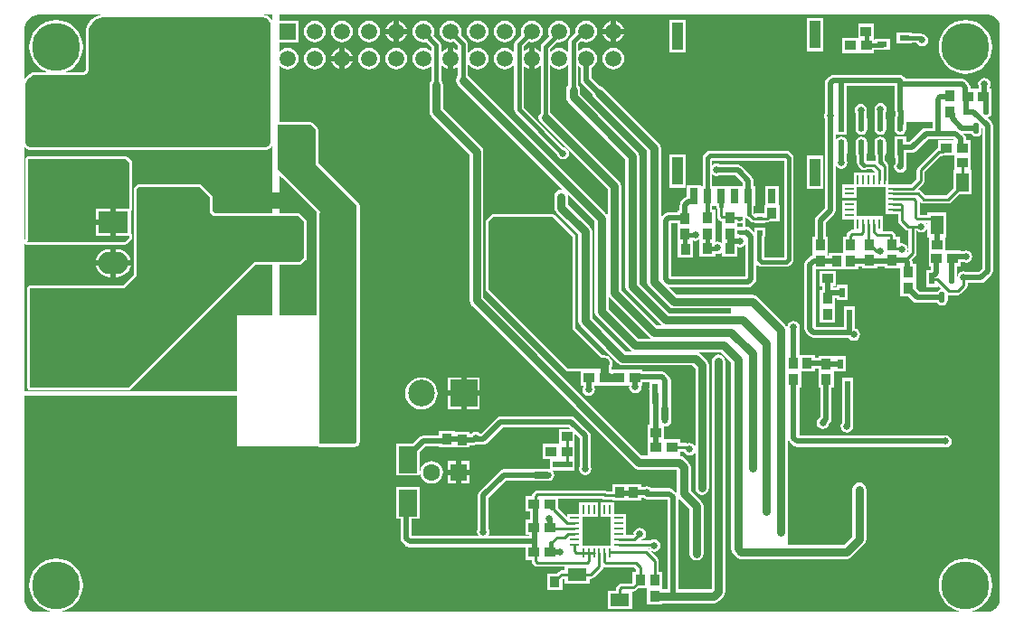
<source format=gbl>
G04*
G04 #@! TF.GenerationSoftware,Altium Limited,Altium Designer,20.2.6 (244)*
G04*
G04 Layer_Physical_Order=2*
G04 Layer_Color=16711680*
%FSLAX24Y24*%
%MOIN*%
G70*
G04*
G04 #@! TF.SameCoordinates,01985295-A94F-4E40-9557-9D24556334AB*
G04*
G04*
G04 #@! TF.FilePolarity,Positive*
G04*
G01*
G75*
%ADD16C,0.0100*%
%ADD27R,0.0374X0.0394*%
%ADD28R,0.0394X0.0374*%
%ADD37R,0.0984X0.0984*%
%ADD100C,0.0200*%
%ADD101C,0.0300*%
%ADD102C,0.0400*%
%ADD103C,0.0150*%
%ADD104R,0.0630X0.0630*%
%ADD105C,0.0630*%
%ADD106C,0.0984*%
%ADD107C,0.1772*%
%ADD108R,0.0591X0.0591*%
%ADD109C,0.0591*%
%ADD110O,0.1100X0.0827*%
%ADD111R,0.1100X0.0827*%
%ADD112C,0.0250*%
%ADD113C,0.0200*%
%ADD114R,0.0709X0.0472*%
%ADD115R,0.0472X0.0709*%
%ADD116R,0.0197X0.0157*%
%ADD117R,0.0315X0.0551*%
%ADD118R,0.0315X0.0591*%
%ADD119R,0.0394X0.1028*%
%ADD120R,0.0374X0.0197*%
%ADD121R,0.0215X0.0417*%
G04:AMPARAMS|DCode=122|XSize=41.7mil|YSize=21.5mil|CornerRadius=10.8mil|HoleSize=0mil|Usage=FLASHONLY|Rotation=270.000|XOffset=0mil|YOffset=0mil|HoleType=Round|Shape=RoundedRectangle|*
%AMROUNDEDRECTD122*
21,1,0.0417,0.0000,0,0,270.0*
21,1,0.0202,0.0215,0,0,270.0*
1,1,0.0215,0.0000,-0.0101*
1,1,0.0215,0.0000,0.0101*
1,1,0.0215,0.0000,0.0101*
1,1,0.0215,0.0000,-0.0101*
%
%ADD122ROUNDEDRECTD122*%
%ADD123R,0.0224X0.0593*%
G04:AMPARAMS|DCode=124|XSize=59.3mil|YSize=22.4mil|CornerRadius=11.2mil|HoleSize=0mil|Usage=FLASHONLY|Rotation=270.000|XOffset=0mil|YOffset=0mil|HoleType=Round|Shape=RoundedRectangle|*
%AMROUNDEDRECTD124*
21,1,0.0593,0.0000,0,0,270.0*
21,1,0.0368,0.0224,0,0,270.0*
1,1,0.0224,0.0000,-0.0184*
1,1,0.0224,0.0000,0.0184*
1,1,0.0224,0.0000,0.0184*
1,1,0.0224,0.0000,-0.0184*
%
%ADD124ROUNDEDRECTD124*%
%ADD125R,0.0094X0.0354*%
%ADD126R,0.0354X0.0094*%
%ADD127R,0.0197X0.0374*%
G04:AMPARAMS|DCode=128|XSize=71.8mil|YSize=24.3mil|CornerRadius=12.2mil|HoleSize=0mil|Usage=FLASHONLY|Rotation=270.000|XOffset=0mil|YOffset=0mil|HoleType=Round|Shape=RoundedRectangle|*
%AMROUNDEDRECTD128*
21,1,0.0718,0.0000,0,0,270.0*
21,1,0.0475,0.0243,0,0,270.0*
1,1,0.0243,0.0000,-0.0237*
1,1,0.0243,0.0000,0.0237*
1,1,0.0243,0.0000,0.0237*
1,1,0.0243,0.0000,-0.0237*
%
%ADD128ROUNDEDRECTD128*%
%ADD129R,0.0243X0.0718*%
G04:AMPARAMS|DCode=130|XSize=71.8mil|YSize=24.3mil|CornerRadius=12.2mil|HoleSize=0mil|Usage=FLASHONLY|Rotation=180.000|XOffset=0mil|YOffset=0mil|HoleType=Round|Shape=RoundedRectangle|*
%AMROUNDEDRECTD130*
21,1,0.0718,0.0000,0,0,180.0*
21,1,0.0475,0.0243,0,0,180.0*
1,1,0.0243,-0.0237,0.0000*
1,1,0.0243,0.0237,0.0000*
1,1,0.0243,0.0237,0.0000*
1,1,0.0243,-0.0237,0.0000*
%
%ADD130ROUNDEDRECTD130*%
%ADD131R,0.0718X0.0243*%
%ADD132R,0.0094X0.0354*%
%ADD133R,0.0354X0.0094*%
%ADD134R,0.0984X0.0984*%
%ADD135R,0.0669X0.0984*%
%ADD136R,0.1063X0.0630*%
%ADD137R,0.0709X0.0531*%
%ADD138R,0.0571X0.0807*%
%ADD139R,0.1299X0.0984*%
G04:AMPARAMS|DCode=140|XSize=52.8mil|YSize=129.5mil|CornerRadius=6.6mil|HoleSize=0mil|Usage=FLASHONLY|Rotation=270.000|XOffset=0mil|YOffset=0mil|HoleType=Round|Shape=RoundedRectangle|*
%AMROUNDEDRECTD140*
21,1,0.0528,0.1163,0,0,270.0*
21,1,0.0396,0.1295,0,0,270.0*
1,1,0.0132,-0.0582,-0.0198*
1,1,0.0132,-0.0582,0.0198*
1,1,0.0132,0.0582,0.0198*
1,1,0.0132,0.0582,-0.0198*
%
%ADD140ROUNDEDRECTD140*%
G36*
X9180Y21882D02*
X9179Y21883D01*
X9146Y21934D01*
X9138Y21941D01*
X9133Y21950D01*
X9090Y21993D01*
X9081Y21998D01*
X9074Y22006D01*
X9023Y22039D01*
X9014Y22043D01*
X9006Y22049D01*
X8949Y22072D01*
X8940Y22074D01*
X8930Y22078D01*
X8870Y22090D01*
X8860D01*
X8851Y22092D01*
X2933D01*
X2923Y22090D01*
X2913D01*
X2801Y22068D01*
X2792Y22064D01*
X2782Y22062D01*
X2676Y22018D01*
X2668Y22013D01*
X2659Y22009D01*
X2564Y21945D01*
X2557Y21938D01*
X2548Y21933D01*
X2467Y21852D01*
X2462Y21843D01*
X2455Y21836D01*
X2391Y21741D01*
X2387Y21732D01*
X2382Y21724D01*
X2338Y21618D01*
X2336Y21608D01*
X2332Y21599D01*
X2310Y21487D01*
Y21477D01*
X2308Y21467D01*
Y21410D01*
Y20085D01*
X2306Y20064D01*
X2288Y20021D01*
X2259Y19992D01*
X2216Y19974D01*
X2195Y19972D01*
X1550D01*
X1598Y19986D01*
X1769Y20078D01*
X1919Y20201D01*
X2042Y20351D01*
X2134Y20523D01*
X2190Y20708D01*
X2209Y20902D01*
X2190Y21095D01*
X2134Y21281D01*
X2042Y21452D01*
X1919Y21602D01*
X1769Y21725D01*
X1598Y21817D01*
X1412Y21873D01*
X1219Y21892D01*
X1025Y21873D01*
X840Y21817D01*
X668Y21725D01*
X518Y21602D01*
X395Y21452D01*
X304Y21281D01*
X247Y21095D01*
X228Y20902D01*
X247Y20708D01*
X304Y20523D01*
X395Y20351D01*
X518Y20201D01*
X668Y20078D01*
X840Y19986D01*
X887Y19972D01*
X461D01*
X451Y19970D01*
X441D01*
X363Y19955D01*
X354Y19951D01*
X344Y19949D01*
X272Y19919D01*
X263Y19913D01*
X254Y19909D01*
X188Y19865D01*
X181Y19858D01*
X173Y19853D01*
X117Y19797D01*
X112Y19789D01*
X105Y19782D01*
X61Y19716D01*
X57Y19707D01*
X51Y19698D01*
X50Y19695D01*
Y21530D01*
Y21586D01*
X72Y21696D01*
X115Y21800D01*
X177Y21893D01*
X257Y21973D01*
X350Y22035D01*
X454Y22078D01*
X564Y22100D01*
X9180D01*
Y21882D01*
D02*
G37*
G36*
X35674Y22072D02*
X35758Y22038D01*
X35833Y21987D01*
X35897Y21923D01*
X35948Y21848D01*
X35982Y21764D01*
X36000Y21675D01*
Y21630D01*
Y560D01*
Y510D01*
X35980Y411D01*
X35942Y318D01*
X35886Y235D01*
X35815Y164D01*
X35732Y108D01*
X35639Y70D01*
X35540Y50D01*
X465D01*
X376Y68D01*
X292Y102D01*
X217Y153D01*
X153Y217D01*
X102Y292D01*
X68Y376D01*
X50Y465D01*
Y510D01*
Y8030D01*
X7900D01*
Y6170D01*
X10860D01*
X10881Y6156D01*
X10920Y6148D01*
X12230D01*
X12269Y6156D01*
X12302Y6178D01*
X12372Y6248D01*
X12394Y6281D01*
X12402Y6320D01*
Y15060D01*
X12394Y15099D01*
X12372Y15132D01*
X10902Y16602D01*
X10892Y16609D01*
Y17840D01*
X10884Y17879D01*
X10862Y17912D01*
X10682Y18092D01*
X10649Y18114D01*
X10610Y18122D01*
X9450D01*
Y20212D01*
X9468Y20188D01*
X9551Y20125D01*
X9647Y20085D01*
X9750Y20071D01*
X9853Y20085D01*
X9949Y20125D01*
X10032Y20188D01*
X10095Y20271D01*
X10135Y20367D01*
X10149Y20470D01*
X10135Y20573D01*
X10095Y20669D01*
X10032Y20752D01*
X9949Y20815D01*
X9853Y20855D01*
X9750Y20869D01*
X9647Y20855D01*
X9551Y20815D01*
X9468Y20752D01*
X9450Y20728D01*
Y21075D01*
X10145D01*
Y21865D01*
X9450D01*
Y22090D01*
X35585D01*
X35674Y22072D01*
D02*
G37*
G36*
X8910Y21978D02*
X8967Y21955D01*
X9018Y21921D01*
X9061Y21878D01*
X9095Y21827D01*
X9118Y21770D01*
X9130Y21711D01*
Y21680D01*
Y17450D01*
Y17424D01*
X9120Y17374D01*
X9100Y17327D01*
X9072Y17284D01*
X9036Y17248D01*
X8993Y17220D01*
X8946Y17200D01*
X8896Y17190D01*
X276D01*
X195Y17223D01*
X133Y17285D01*
X100Y17366D01*
Y17410D01*
Y19470D01*
Y19509D01*
X115Y19587D01*
X146Y19659D01*
X189Y19725D01*
X245Y19781D01*
X311Y19824D01*
X383Y19855D01*
X461Y19870D01*
X2200D01*
X2241Y19874D01*
X2317Y19905D01*
X2375Y19963D01*
X2406Y20039D01*
X2410Y20080D01*
Y21410D01*
Y21467D01*
X2432Y21579D01*
X2476Y21685D01*
X2539Y21780D01*
X2620Y21861D01*
X2715Y21924D01*
X2821Y21968D01*
X2933Y21990D01*
X8851D01*
X8910Y21978D01*
D02*
G37*
G36*
X9180Y14772D02*
X7062D01*
X6982Y14852D01*
Y15360D01*
X6974Y15399D01*
X6952Y15432D01*
X6572Y15812D01*
X6539Y15834D01*
X6500Y15842D01*
X4270D01*
X4231Y15834D01*
X4198Y15812D01*
X4108Y15722D01*
X4086Y15689D01*
X4078Y15650D01*
Y12482D01*
X3688Y12092D01*
X259Y12092D01*
X220Y12084D01*
X187Y12062D01*
X165Y12029D01*
X157Y11990D01*
Y8517D01*
X146Y8460D01*
X157Y8403D01*
Y8341D01*
Y8341D01*
Y8341D01*
X161Y8321D01*
X165Y8302D01*
X165Y8302D01*
X165Y8302D01*
X176Y8285D01*
X187Y8269D01*
X187Y8269D01*
X187Y8269D01*
X208Y8248D01*
X208Y8248D01*
X208Y8248D01*
X208Y8248D01*
X219Y8241D01*
X241Y8226D01*
X241D01*
X241Y8226D01*
X262Y8222D01*
X280Y8218D01*
X3890D01*
X3929Y8226D01*
X3962Y8248D01*
X4132Y8418D01*
X8572Y12858D01*
X9180D01*
Y10990D01*
X7900D01*
Y8210D01*
X50D01*
Y13636D01*
X81Y13616D01*
X120Y13608D01*
X3760D01*
X3799Y13616D01*
X3832Y13638D01*
X4002Y13808D01*
X4024Y13841D01*
X4032Y13880D01*
Y13917D01*
X4024Y13956D01*
X4002Y13989D01*
X3979Y14004D01*
Y14856D01*
X4002Y14871D01*
X4024Y14904D01*
X4032Y14943D01*
Y16610D01*
X4024Y16649D01*
X4002Y16682D01*
X3842Y16842D01*
X3809Y16864D01*
X3770Y16872D01*
X180D01*
X141Y16864D01*
X108Y16842D01*
X86Y16809D01*
X78Y16770D01*
Y13812D01*
X50Y13784D01*
Y17230D01*
X61Y17213D01*
X123Y17151D01*
X156Y17129D01*
X237Y17096D01*
X276Y17088D01*
X8896D01*
X8905Y17090D01*
X8916D01*
X8966Y17100D01*
X8975Y17104D01*
X8985Y17106D01*
X9032Y17125D01*
X9041Y17131D01*
X9050Y17135D01*
X9092Y17163D01*
X9099Y17170D01*
X9108Y17176D01*
X9144Y17212D01*
X9150Y17221D01*
X9157Y17228D01*
X9180Y17262D01*
Y14772D01*
D02*
G37*
G36*
X3930Y16610D02*
Y14943D01*
X3429D01*
Y14430D01*
Y13917D01*
X3930D01*
Y13880D01*
X3760Y13710D01*
X120D01*
X180Y13770D01*
Y16770D01*
X3770D01*
X3930Y16610D01*
D02*
G37*
G36*
X9548Y16078D02*
X9578Y16058D01*
X10830Y14806D01*
X10826Y14799D01*
X10818Y14760D01*
Y10990D01*
X9450D01*
Y12858D01*
X10190D01*
X10229Y12866D01*
X10262Y12888D01*
X10422Y13048D01*
X10444Y13081D01*
X10452Y13120D01*
Y14450D01*
X10444Y14489D01*
X10422Y14522D01*
X10202Y14742D01*
X10169Y14764D01*
X10130Y14772D01*
X9450D01*
Y16176D01*
X9548Y16078D01*
D02*
G37*
G36*
X6880Y15360D02*
Y14810D01*
X7020Y14670D01*
X10130D01*
X10350Y14450D01*
Y13120D01*
X10190Y12960D01*
X8530D01*
X4060Y8490D01*
X3890Y8320D01*
X280D01*
X259Y8341D01*
Y11990D01*
X3730Y11990D01*
X4180Y12440D01*
Y15650D01*
X4270Y15740D01*
X6500D01*
X6880Y15360D01*
D02*
G37*
G36*
X10790Y17840D02*
Y16530D01*
X10830D01*
X12300Y15060D01*
Y6320D01*
X12230Y6250D01*
X10920D01*
Y14760D01*
X10970Y14810D01*
X9630Y16150D01*
X9620D01*
X9390Y16380D01*
Y18020D01*
X10610D01*
X10790Y17840D01*
D02*
G37*
%LPC*%
G36*
X21850Y21856D02*
Y21570D01*
X22136D01*
X22135Y21573D01*
X22095Y21669D01*
X22032Y21752D01*
X21949Y21815D01*
X21853Y21855D01*
X21850Y21856D01*
D02*
G37*
G36*
X21650D02*
X21647Y21855D01*
X21551Y21815D01*
X21468Y21752D01*
X21405Y21669D01*
X21365Y21573D01*
X21364Y21570D01*
X21650D01*
Y21856D01*
D02*
G37*
G36*
X13850D02*
Y21570D01*
X14136D01*
X14135Y21573D01*
X14095Y21669D01*
X14032Y21752D01*
X13949Y21815D01*
X13853Y21855D01*
X13850Y21856D01*
D02*
G37*
G36*
X13650D02*
X13647Y21855D01*
X13551Y21815D01*
X13468Y21752D01*
X13405Y21669D01*
X13365Y21573D01*
X13364Y21570D01*
X13650D01*
Y21856D01*
D02*
G37*
G36*
X22136Y21370D02*
X21850D01*
Y21084D01*
X21853Y21085D01*
X21949Y21125D01*
X22032Y21188D01*
X22095Y21271D01*
X22135Y21367D01*
X22136Y21370D01*
D02*
G37*
G36*
X21650D02*
X21364D01*
X21365Y21367D01*
X21405Y21271D01*
X21468Y21188D01*
X21551Y21125D01*
X21647Y21085D01*
X21650Y21084D01*
Y21370D01*
D02*
G37*
G36*
X14136D02*
X13850D01*
Y21084D01*
X13853Y21085D01*
X13949Y21125D01*
X14032Y21188D01*
X14095Y21271D01*
X14135Y21367D01*
X14136Y21370D01*
D02*
G37*
G36*
X13650D02*
X13364D01*
X13365Y21367D01*
X13405Y21271D01*
X13468Y21188D01*
X13551Y21125D01*
X13647Y21085D01*
X13650Y21084D01*
Y21370D01*
D02*
G37*
G36*
X20750Y21869D02*
X20647Y21855D01*
X20551Y21815D01*
X20468Y21752D01*
X20405Y21669D01*
X20365Y21573D01*
X20351Y21470D01*
X20357Y21429D01*
X20144Y21216D01*
X20105Y21158D01*
X20092Y21090D01*
Y20674D01*
X20032Y20752D01*
X19949Y20815D01*
X19853Y20855D01*
X19750Y20869D01*
X19647Y20855D01*
X19551Y20815D01*
X19468Y20752D01*
X19433Y20706D01*
Y20841D01*
X19674Y21081D01*
X19750Y21071D01*
X19853Y21085D01*
X19949Y21125D01*
X20032Y21188D01*
X20095Y21271D01*
X20135Y21367D01*
X20149Y21470D01*
X20135Y21573D01*
X20095Y21669D01*
X20032Y21752D01*
X19949Y21815D01*
X19853Y21855D01*
X19750Y21869D01*
X19647Y21855D01*
X19551Y21815D01*
X19468Y21752D01*
X19405Y21669D01*
X19365Y21573D01*
X19351Y21470D01*
X19365Y21367D01*
X19391Y21303D01*
X19129Y21041D01*
X19090Y20983D01*
X19076Y20915D01*
Y20694D01*
X19032Y20752D01*
X18949Y20815D01*
X18853Y20855D01*
X18850Y20856D01*
Y20470D01*
Y20084D01*
X18853Y20085D01*
X18949Y20125D01*
X19032Y20188D01*
X19076Y20246D01*
Y18482D01*
X19074Y18481D01*
X19019Y18399D01*
X19000Y18301D01*
X19019Y18203D01*
X19074Y18121D01*
X21535Y15660D01*
Y14688D01*
X21500Y14740D01*
X16390Y19850D01*
X16388Y19851D01*
Y20310D01*
X16405Y20271D01*
X16468Y20188D01*
X16551Y20125D01*
X16647Y20085D01*
X16750Y20071D01*
X16853Y20085D01*
X16949Y20125D01*
X17032Y20188D01*
X17095Y20271D01*
X17135Y20367D01*
X17149Y20470D01*
X17135Y20573D01*
X17095Y20669D01*
X17032Y20752D01*
X16949Y20815D01*
X16853Y20855D01*
X16750Y20869D01*
X16647Y20855D01*
X16551Y20815D01*
X16468Y20752D01*
X16405Y20669D01*
X16388Y20630D01*
Y21010D01*
X16375Y21078D01*
X16359Y21101D01*
X16336Y21136D01*
X16336Y21136D01*
X16126Y21346D01*
X16135Y21367D01*
X16149Y21470D01*
X16135Y21573D01*
X16095Y21669D01*
X16032Y21752D01*
X15949Y21815D01*
X15853Y21855D01*
X15750Y21869D01*
X15647Y21855D01*
X15551Y21815D01*
X15468Y21752D01*
X15405Y21669D01*
X15365Y21573D01*
X15351Y21470D01*
X15365Y21367D01*
X15405Y21271D01*
X15468Y21188D01*
X15551Y21125D01*
X15647Y21085D01*
X15750Y21071D01*
X15853Y21085D01*
X15874Y21094D01*
X16032Y20936D01*
Y20752D01*
X15949Y20815D01*
X15853Y20855D01*
X15850Y20856D01*
Y20470D01*
Y20084D01*
X15853Y20085D01*
X15949Y20125D01*
X16032Y20188D01*
Y19851D01*
X16030Y19850D01*
X15975Y19768D01*
X15955Y19670D01*
X15975Y19572D01*
X16030Y19490D01*
X19898Y15622D01*
X19829Y15636D01*
X19732Y15616D01*
X19649Y15561D01*
X19594Y15478D01*
X19574Y15381D01*
Y14981D01*
X19594Y14883D01*
X19649Y14800D01*
X20465Y13984D01*
Y10790D01*
X20484Y10692D01*
X20540Y10610D01*
X21920Y9230D01*
X22002Y9175D01*
X22100Y9155D01*
X24664D01*
X24775Y9044D01*
Y6132D01*
X24772Y6148D01*
X24722Y6222D01*
X24648Y6272D01*
X24560Y6289D01*
X24488Y6275D01*
X24449Y6283D01*
X24202D01*
Y6417D01*
X23612D01*
Y6905D01*
X23664Y6894D01*
X23751Y6911D01*
X23824Y6960D01*
X23873Y7034D01*
X23890Y7120D01*
Y7595D01*
X23873Y7681D01*
X23868Y7689D01*
Y8603D01*
X23852Y8681D01*
X23835Y8707D01*
X23808Y8747D01*
X23808Y8747D01*
X23691Y8864D01*
X23625Y8908D01*
X23547Y8924D01*
X22832D01*
Y8987D01*
X21675D01*
Y9059D01*
X21682Y9069D01*
X21712Y9142D01*
X21723Y9220D01*
X21712Y9298D01*
X21682Y9371D01*
X21634Y9434D01*
X21571Y9482D01*
X21498Y9512D01*
X21420Y9523D01*
X21355D01*
X20352Y10526D01*
X20352Y13910D01*
X20344Y13949D01*
X20322Y13982D01*
X19592Y14712D01*
X19559Y14734D01*
X19520Y14742D01*
X17340D01*
X17301Y14734D01*
X17268Y14712D01*
X17078Y14522D01*
X17056Y14489D01*
X17048Y14450D01*
Y11970D01*
X17056Y11931D01*
X17078Y11898D01*
X20018Y8958D01*
X20051Y8936D01*
X20090Y8928D01*
X20548D01*
Y8413D01*
X20636D01*
Y8360D01*
X20628Y8348D01*
X20611Y8260D01*
X20628Y8172D01*
X20678Y8098D01*
X20752Y8048D01*
X20840Y8031D01*
X20928Y8048D01*
X21002Y8098D01*
X21052Y8172D01*
X21069Y8260D01*
X21052Y8348D01*
X21044Y8360D01*
Y8413D01*
X22341D01*
X22331Y8360D01*
X22348Y8272D01*
X22398Y8198D01*
X22472Y8148D01*
X22560Y8131D01*
X22648Y8148D01*
X22722Y8198D01*
X22772Y8272D01*
X22789Y8360D01*
X22779Y8413D01*
X22832D01*
Y8516D01*
X23068D01*
Y8309D01*
X23064Y8289D01*
X23068Y8269D01*
Y7655D01*
X23098D01*
Y6957D01*
X23018D01*
Y6383D01*
Y5843D01*
X24202D01*
Y5977D01*
X24347D01*
X24348Y5972D01*
X24398Y5898D01*
X24472Y5848D01*
X24560Y5831D01*
X24648Y5848D01*
X24722Y5898D01*
X24772Y5972D01*
X24775Y5988D01*
Y4630D01*
X24794Y4532D01*
X24850Y4450D01*
X24932Y4394D01*
X25030Y4375D01*
X25128Y4394D01*
X25210Y4450D01*
X25266Y4532D01*
X25285Y4630D01*
Y9150D01*
X25266Y9248D01*
X25210Y9330D01*
X24950Y9590D01*
X24883Y9635D01*
X25704D01*
X26085Y9254D01*
Y2387D01*
X26105Y2290D01*
X26160Y2207D01*
X26277Y2090D01*
X26360Y2035D01*
X26457Y2015D01*
X30360D01*
X30458Y2035D01*
X30540Y2090D01*
X31001Y2551D01*
X31057Y2634D01*
X31076Y2731D01*
Y4581D01*
X31057Y4679D01*
X31001Y4761D01*
X30919Y4817D01*
X30821Y4836D01*
X30724Y4817D01*
X30641Y4761D01*
X30586Y4679D01*
X30566Y4581D01*
Y2837D01*
X30254Y2525D01*
X28200D01*
Y6447D01*
X28212Y6389D01*
X28256Y6323D01*
X28373Y6206D01*
X28373Y6206D01*
X28413Y6179D01*
X28439Y6162D01*
X28517Y6146D01*
X33900D01*
X33912Y6138D01*
X34000Y6121D01*
X34088Y6138D01*
X34162Y6188D01*
X34212Y6262D01*
X34229Y6350D01*
X34212Y6438D01*
X34162Y6512D01*
X34088Y6562D01*
X34000Y6579D01*
X33912Y6562D01*
X33900Y6554D01*
X28604D01*
Y8348D01*
X28687D01*
Y8938D01*
Y8948D01*
X29187D01*
Y9026D01*
X29303D01*
Y8918D01*
Y8328D01*
X29386D01*
Y7248D01*
X29381Y7243D01*
X29313Y7197D01*
X29263Y7123D01*
X29246Y7035D01*
X29263Y6947D01*
X29313Y6873D01*
X29387Y6823D01*
X29475Y6806D01*
X29563Y6823D01*
X29637Y6873D01*
X29687Y6947D01*
X29693Y6978D01*
X29734Y7019D01*
X29778Y7085D01*
X29794Y7164D01*
Y8328D01*
X29877D01*
Y8918D01*
Y9011D01*
X29926D01*
Y8917D01*
X30323D01*
Y9176D01*
X30328Y9204D01*
Y9214D01*
X30323Y9241D01*
Y9491D01*
X29926D01*
Y9419D01*
X29877D01*
Y9512D01*
X29303D01*
Y9434D01*
X29187D01*
Y9542D01*
X28613D01*
Y9532D01*
X28604D01*
Y10170D01*
Y10482D01*
X28619Y10560D01*
X28602Y10648D01*
X28552Y10722D01*
X28478Y10772D01*
X28390Y10789D01*
X28302Y10772D01*
X28228Y10722D01*
X28178Y10648D01*
X28161Y10560D01*
X28176Y10484D01*
X28169Y10491D01*
X28156Y10558D01*
X28100Y10640D01*
X27050Y11690D01*
X26968Y11746D01*
X26870Y11765D01*
X24086D01*
X23834Y12016D01*
X26703D01*
X26781Y12032D01*
X26847Y12076D01*
X26964Y12193D01*
X26964Y12193D01*
X26991Y12233D01*
X27008Y12259D01*
X27024Y12337D01*
Y12906D01*
X27086Y12844D01*
X27144Y12805D01*
X27212Y12792D01*
X28132D01*
X28200Y12805D01*
X28258Y12844D01*
X28346Y12932D01*
X28385Y12990D01*
X28398Y13058D01*
Y16802D01*
X28385Y16870D01*
X28346Y16928D01*
X28258Y17016D01*
X28200Y17055D01*
X28132Y17068D01*
X25308D01*
X25308Y17068D01*
X25240Y17055D01*
X25182Y17016D01*
X25094Y16928D01*
X25055Y16870D01*
X25042Y16802D01*
Y15771D01*
X24981D01*
Y15791D01*
X24466D01*
Y15392D01*
X24450Y15389D01*
X24450Y15389D01*
X24450Y15389D01*
X24420Y15368D01*
X24384Y15345D01*
X24384Y15345D01*
X24384Y15345D01*
X24256Y15216D01*
X24233Y15182D01*
X24212Y15150D01*
X24212Y15150D01*
X24212Y15150D01*
X24204Y15111D01*
X24196Y15072D01*
Y14872D01*
X24113D01*
Y14814D01*
X23797D01*
X23719Y14798D01*
X23693Y14781D01*
X23653Y14754D01*
X23653Y14754D01*
X23536Y14637D01*
X23505Y14591D01*
Y15185D01*
Y17180D01*
X23486Y17278D01*
X23430Y17360D01*
X21410Y19380D01*
X21328Y19435D01*
X21259Y19449D01*
X20954Y19754D01*
Y20128D01*
X21032Y20188D01*
X21095Y20271D01*
X21135Y20367D01*
X21149Y20470D01*
X21135Y20573D01*
X21095Y20669D01*
X21032Y20752D01*
X20949Y20815D01*
X20853Y20855D01*
X20750Y20869D01*
X20647Y20855D01*
X20551Y20815D01*
X20468Y20752D01*
X20448Y20726D01*
Y21016D01*
X20555Y21123D01*
X20647Y21085D01*
X20750Y21071D01*
X20853Y21085D01*
X20949Y21125D01*
X21032Y21188D01*
X21095Y21271D01*
X21135Y21367D01*
X21149Y21470D01*
X21135Y21573D01*
X21095Y21669D01*
X21032Y21752D01*
X20949Y21815D01*
X20853Y21855D01*
X20750Y21869D01*
D02*
G37*
G36*
X18750D02*
X18647Y21855D01*
X18551Y21815D01*
X18468Y21752D01*
X18405Y21669D01*
X18365Y21573D01*
X18351Y21470D01*
X18365Y21367D01*
X18374Y21346D01*
X18144Y21116D01*
X18105Y21058D01*
X18092Y20990D01*
Y20674D01*
X18032Y20752D01*
X17949Y20815D01*
X17853Y20855D01*
X17750Y20869D01*
X17647Y20855D01*
X17551Y20815D01*
X17468Y20752D01*
X17405Y20669D01*
X17365Y20573D01*
X17351Y20470D01*
X17365Y20367D01*
X17405Y20271D01*
X17468Y20188D01*
X17551Y20125D01*
X17647Y20085D01*
X17750Y20071D01*
X17853Y20085D01*
X17949Y20125D01*
X18032Y20188D01*
X18092Y20266D01*
Y18600D01*
X18105Y18532D01*
X18144Y18474D01*
X19666Y16951D01*
X19678Y16892D01*
X19728Y16818D01*
X19802Y16768D01*
X19890Y16751D01*
X19978Y16768D01*
X20052Y16818D01*
X20102Y16892D01*
X20119Y16980D01*
X20102Y17068D01*
X20052Y17142D01*
X19978Y17192D01*
X19919Y17204D01*
X18448Y18674D01*
Y20214D01*
X18468Y20188D01*
X18551Y20125D01*
X18647Y20085D01*
X18650Y20084D01*
Y20470D01*
Y20856D01*
X18647Y20855D01*
X18551Y20815D01*
X18468Y20752D01*
X18448Y20726D01*
Y20916D01*
X18626Y21094D01*
X18647Y21085D01*
X18750Y21071D01*
X18853Y21085D01*
X18949Y21125D01*
X19032Y21188D01*
X19095Y21271D01*
X19135Y21367D01*
X19149Y21470D01*
X19135Y21573D01*
X19095Y21669D01*
X19032Y21752D01*
X18949Y21815D01*
X18853Y21855D01*
X18750Y21869D01*
D02*
G37*
G36*
X17750D02*
X17647Y21855D01*
X17551Y21815D01*
X17468Y21752D01*
X17405Y21669D01*
X17365Y21573D01*
X17351Y21470D01*
X17365Y21367D01*
X17405Y21271D01*
X17468Y21188D01*
X17551Y21125D01*
X17647Y21085D01*
X17750Y21071D01*
X17853Y21085D01*
X17949Y21125D01*
X18032Y21188D01*
X18095Y21271D01*
X18135Y21367D01*
X18149Y21470D01*
X18135Y21573D01*
X18095Y21669D01*
X18032Y21752D01*
X17949Y21815D01*
X17853Y21855D01*
X17750Y21869D01*
D02*
G37*
G36*
X16750D02*
X16647Y21855D01*
X16551Y21815D01*
X16468Y21752D01*
X16405Y21669D01*
X16365Y21573D01*
X16351Y21470D01*
X16365Y21367D01*
X16405Y21271D01*
X16468Y21188D01*
X16551Y21125D01*
X16647Y21085D01*
X16750Y21071D01*
X16853Y21085D01*
X16949Y21125D01*
X17032Y21188D01*
X17095Y21271D01*
X17135Y21367D01*
X17149Y21470D01*
X17135Y21573D01*
X17095Y21669D01*
X17032Y21752D01*
X16949Y21815D01*
X16853Y21855D01*
X16750Y21869D01*
D02*
G37*
G36*
X12750D02*
X12647Y21855D01*
X12551Y21815D01*
X12468Y21752D01*
X12405Y21669D01*
X12365Y21573D01*
X12351Y21470D01*
X12365Y21367D01*
X12405Y21271D01*
X12468Y21188D01*
X12551Y21125D01*
X12647Y21085D01*
X12750Y21071D01*
X12853Y21085D01*
X12949Y21125D01*
X13032Y21188D01*
X13095Y21271D01*
X13135Y21367D01*
X13149Y21470D01*
X13135Y21573D01*
X13095Y21669D01*
X13032Y21752D01*
X12949Y21815D01*
X12853Y21855D01*
X12750Y21869D01*
D02*
G37*
G36*
X11750D02*
X11647Y21855D01*
X11551Y21815D01*
X11468Y21752D01*
X11405Y21669D01*
X11365Y21573D01*
X11351Y21470D01*
X11365Y21367D01*
X11405Y21271D01*
X11468Y21188D01*
X11551Y21125D01*
X11647Y21085D01*
X11750Y21071D01*
X11853Y21085D01*
X11949Y21125D01*
X12032Y21188D01*
X12095Y21271D01*
X12135Y21367D01*
X12149Y21470D01*
X12135Y21573D01*
X12095Y21669D01*
X12032Y21752D01*
X11949Y21815D01*
X11853Y21855D01*
X11750Y21869D01*
D02*
G37*
G36*
X10750D02*
X10647Y21855D01*
X10551Y21815D01*
X10468Y21752D01*
X10405Y21669D01*
X10365Y21573D01*
X10351Y21470D01*
X10365Y21367D01*
X10405Y21271D01*
X10468Y21188D01*
X10551Y21125D01*
X10647Y21085D01*
X10750Y21071D01*
X10853Y21085D01*
X10949Y21125D01*
X11032Y21188D01*
X11095Y21271D01*
X11135Y21367D01*
X11149Y21470D01*
X11135Y21573D01*
X11095Y21669D01*
X11032Y21752D01*
X10949Y21815D01*
X10853Y21855D01*
X10750Y21869D01*
D02*
G37*
G36*
X32761Y21438D02*
X32187D01*
Y21042D01*
X32761D01*
Y21057D01*
X32922D01*
X32968Y20988D01*
X33042Y20938D01*
X33130Y20921D01*
X33218Y20938D01*
X33292Y20988D01*
X33342Y21062D01*
X33359Y21150D01*
X33342Y21238D01*
X33292Y21312D01*
X33218Y21362D01*
X33150Y21375D01*
X33113Y21400D01*
X33045Y21413D01*
X32761D01*
Y21438D01*
D02*
G37*
G36*
X31362Y21767D02*
X30768D01*
Y21247D01*
X30183D01*
Y20673D01*
X31367D01*
Y20794D01*
X31379D01*
Y20786D01*
X31953D01*
Y21183D01*
X31379D01*
Y21150D01*
X31367D01*
Y21247D01*
X31362D01*
Y21767D01*
D02*
G37*
G36*
X29487Y21964D02*
X28893D01*
Y20736D01*
X29487D01*
Y21964D01*
D02*
G37*
G36*
X14750Y21869D02*
X14647Y21855D01*
X14551Y21815D01*
X14468Y21752D01*
X14405Y21669D01*
X14365Y21573D01*
X14351Y21470D01*
X14365Y21367D01*
X14405Y21271D01*
X14468Y21188D01*
X14551Y21125D01*
X14647Y21085D01*
X14750Y21071D01*
X14853Y21085D01*
X14860Y21088D01*
X15052Y20896D01*
Y20726D01*
X15032Y20752D01*
X14949Y20815D01*
X14853Y20855D01*
X14750Y20869D01*
X14647Y20855D01*
X14551Y20815D01*
X14468Y20752D01*
X14405Y20669D01*
X14365Y20573D01*
X14351Y20470D01*
X14365Y20367D01*
X14405Y20271D01*
X14468Y20188D01*
X14551Y20125D01*
X14647Y20085D01*
X14750Y20071D01*
X14853Y20085D01*
X14949Y20125D01*
X15032Y20188D01*
X15052Y20214D01*
Y19671D01*
X15050Y19670D01*
X14994Y19588D01*
X14975Y19490D01*
Y18520D01*
X14994Y18422D01*
X15050Y18340D01*
X16455Y16934D01*
Y11550D01*
X16474Y11452D01*
X16530Y11370D01*
X22510Y5390D01*
X22592Y5335D01*
X22690Y5315D01*
X24069D01*
X24095Y5289D01*
Y4425D01*
X24084Y4442D01*
X24084Y4442D01*
X23967Y4559D01*
X23901Y4603D01*
X23823Y4619D01*
X23155D01*
X23083Y4667D01*
X22995Y4684D01*
X22907Y4667D01*
X22895Y4659D01*
X22777D01*
Y4762D01*
X21703D01*
Y4503D01*
X21518D01*
X21475Y4531D01*
X21417Y4543D01*
X21330D01*
X21330Y4543D01*
X18959D01*
X18900Y4531D01*
X18850Y4498D01*
X18792Y4440D01*
X18759Y4390D01*
X18747Y4331D01*
Y4327D01*
X18528D01*
Y3753D01*
X18670D01*
Y3457D01*
X18528D01*
Y2883D01*
X18661D01*
Y2854D01*
X17124D01*
X17172Y2927D01*
X17190Y3015D01*
X17172Y3102D01*
X17164Y3115D01*
Y4266D01*
X17808Y4910D01*
X18783D01*
X18790Y4905D01*
X18876Y4888D01*
X19351D01*
X19438Y4905D01*
X19511Y4954D01*
X19560Y5028D01*
X19577Y5114D01*
X19560Y5200D01*
X19516Y5266D01*
X20329D01*
Y5693D01*
X20332D01*
Y6233D01*
Y6649D01*
X20516Y6466D01*
Y5430D01*
X20508Y5418D01*
X20491Y5330D01*
X20508Y5242D01*
X20558Y5168D01*
X20632Y5118D01*
X20720Y5101D01*
X20808Y5118D01*
X20882Y5168D01*
X20932Y5242D01*
X20949Y5330D01*
X20932Y5418D01*
X20924Y5430D01*
Y6550D01*
X20908Y6628D01*
X20864Y6694D01*
X20344Y7214D01*
X20278Y7258D01*
X20200Y7274D01*
X17600D01*
X17600Y7274D01*
X17522Y7258D01*
X17456Y7214D01*
X17456Y7214D01*
X16868Y6626D01*
X16863D01*
X16852Y6642D01*
X16778Y6692D01*
X16690Y6709D01*
X16602Y6692D01*
X16528Y6642D01*
X16512Y6619D01*
X16457D01*
Y6712D01*
X15907D01*
Y6722D01*
X15333D01*
Y6564D01*
X14739D01*
X14661Y6548D01*
X14595Y6504D01*
X14363Y6272D01*
X13755D01*
Y5088D01*
X14625D01*
Y5957D01*
X14824Y6156D01*
X15333D01*
Y6128D01*
X15883D01*
Y6118D01*
X16457D01*
Y6211D01*
X16612D01*
X16651Y6219D01*
X16664Y6222D01*
X16682Y6218D01*
X16952D01*
X17030Y6234D01*
X17096Y6278D01*
X17684Y6866D01*
X20116D01*
X20175Y6807D01*
X19738D01*
Y6267D01*
X19148D01*
Y5693D01*
X19411D01*
Y5328D01*
X19351Y5340D01*
X18876D01*
X18790Y5323D01*
X18783Y5318D01*
X17724D01*
X17646Y5302D01*
X17619Y5285D01*
X17580Y5258D01*
X17580Y5258D01*
X16816Y4494D01*
X16772Y4428D01*
X16756Y4350D01*
Y3114D01*
X16748Y3102D01*
X16731Y3015D01*
X16748Y2927D01*
X16797Y2854D01*
X14324D01*
Y3488D01*
X14625D01*
Y4672D01*
X13755D01*
Y3488D01*
X13916D01*
Y2767D01*
X13932Y2689D01*
X13976Y2623D01*
X14093Y2506D01*
X14093Y2506D01*
X14133Y2479D01*
X14159Y2462D01*
X14237Y2446D01*
X18528D01*
Y1963D01*
X18737D01*
Y1939D01*
X18749Y1880D01*
X18782Y1830D01*
X18840Y1772D01*
X18890Y1739D01*
X18949Y1727D01*
X19961D01*
Y1593D01*
X19845D01*
X19786Y1581D01*
X19737Y1548D01*
X19661Y1472D01*
X19303D01*
Y878D01*
X19877D01*
Y1256D01*
X19908Y1287D01*
X19961D01*
Y1104D01*
X20870D01*
Y1277D01*
X20930D01*
X20989Y1289D01*
X21038Y1322D01*
X21342Y1626D01*
X21375Y1675D01*
X21387Y1734D01*
Y1738D01*
X21431Y1709D01*
X21489Y1697D01*
X22517D01*
X22587Y1627D01*
Y1522D01*
X22453D01*
Y1145D01*
X22421Y1113D01*
X22049D01*
X21990Y1101D01*
X21940Y1068D01*
X21882Y1010D01*
X21849Y960D01*
X21837Y901D01*
Y831D01*
X21536D01*
Y159D01*
X22444D01*
Y807D01*
X22485D01*
X22543Y819D01*
X22593Y852D01*
X22669Y928D01*
X22983D01*
Y928D01*
Y338D01*
X23557D01*
Y380D01*
X25454D01*
X25552Y399D01*
X25635Y454D01*
X25810Y630D01*
X25865Y713D01*
X25885Y810D01*
Y9300D01*
X25865Y9398D01*
X25810Y9480D01*
X25728Y9535D01*
X25630Y9555D01*
X25532Y9535D01*
X25450Y9480D01*
X25394Y9398D01*
X25375Y9300D01*
Y916D01*
X25349Y890D01*
X24144D01*
Y4278D01*
X24170Y4240D01*
X24565Y3844D01*
Y2210D01*
X24585Y2112D01*
X24640Y2030D01*
X24722Y1975D01*
X24820Y1955D01*
X24918Y1975D01*
X25000Y2030D01*
X25055Y2112D01*
X25075Y2210D01*
Y3950D01*
X25055Y4048D01*
X25000Y4130D01*
X24605Y4526D01*
Y5394D01*
X24585Y5492D01*
X24530Y5574D01*
X24355Y5750D01*
X24272Y5805D01*
X24174Y5825D01*
X22796D01*
X16965Y11656D01*
Y17040D01*
X16946Y17138D01*
X16890Y17220D01*
X15485Y18626D01*
Y19490D01*
X15466Y19588D01*
X15410Y19670D01*
X15408Y19671D01*
Y20266D01*
X15468Y20188D01*
X15551Y20125D01*
X15647Y20085D01*
X15650Y20084D01*
Y20470D01*
Y20856D01*
X15647Y20855D01*
X15551Y20815D01*
X15468Y20752D01*
X15408Y20674D01*
Y20970D01*
X15408Y20970D01*
X15395Y21038D01*
X15356Y21096D01*
X15356Y21096D01*
X15121Y21332D01*
X15135Y21367D01*
X15149Y21470D01*
X15135Y21573D01*
X15095Y21669D01*
X15032Y21752D01*
X14949Y21815D01*
X14853Y21855D01*
X14750Y21869D01*
D02*
G37*
G36*
X24402Y21914D02*
X23808D01*
Y20686D01*
X24402D01*
Y21914D01*
D02*
G37*
G36*
X11850Y20856D02*
Y20570D01*
X12136D01*
X12135Y20573D01*
X12095Y20669D01*
X12032Y20752D01*
X11949Y20815D01*
X11853Y20855D01*
X11850Y20856D01*
D02*
G37*
G36*
X11650D02*
X11647Y20855D01*
X11551Y20815D01*
X11468Y20752D01*
X11405Y20669D01*
X11365Y20573D01*
X11364Y20570D01*
X11650D01*
Y20856D01*
D02*
G37*
G36*
X12136Y20370D02*
X11850D01*
Y20084D01*
X11853Y20085D01*
X11949Y20125D01*
X12032Y20188D01*
X12095Y20271D01*
X12135Y20367D01*
X12136Y20370D01*
D02*
G37*
G36*
X11650D02*
X11364D01*
X11365Y20367D01*
X11405Y20271D01*
X11468Y20188D01*
X11551Y20125D01*
X11647Y20085D01*
X11650Y20084D01*
Y20370D01*
D02*
G37*
G36*
X21750Y20869D02*
X21647Y20855D01*
X21551Y20815D01*
X21468Y20752D01*
X21405Y20669D01*
X21365Y20573D01*
X21351Y20470D01*
X21365Y20367D01*
X21405Y20271D01*
X21468Y20188D01*
X21551Y20125D01*
X21647Y20085D01*
X21750Y20071D01*
X21853Y20085D01*
X21949Y20125D01*
X22032Y20188D01*
X22095Y20271D01*
X22135Y20367D01*
X22149Y20470D01*
X22135Y20573D01*
X22095Y20669D01*
X22032Y20752D01*
X21949Y20815D01*
X21853Y20855D01*
X21750Y20869D01*
D02*
G37*
G36*
X13750D02*
X13647Y20855D01*
X13551Y20815D01*
X13468Y20752D01*
X13405Y20669D01*
X13365Y20573D01*
X13351Y20470D01*
X13365Y20367D01*
X13405Y20271D01*
X13468Y20188D01*
X13551Y20125D01*
X13647Y20085D01*
X13750Y20071D01*
X13853Y20085D01*
X13949Y20125D01*
X14032Y20188D01*
X14095Y20271D01*
X14135Y20367D01*
X14149Y20470D01*
X14135Y20573D01*
X14095Y20669D01*
X14032Y20752D01*
X13949Y20815D01*
X13853Y20855D01*
X13750Y20869D01*
D02*
G37*
G36*
X12750D02*
X12647Y20855D01*
X12551Y20815D01*
X12468Y20752D01*
X12405Y20669D01*
X12365Y20573D01*
X12351Y20470D01*
X12365Y20367D01*
X12405Y20271D01*
X12468Y20188D01*
X12551Y20125D01*
X12647Y20085D01*
X12750Y20071D01*
X12853Y20085D01*
X12949Y20125D01*
X13032Y20188D01*
X13095Y20271D01*
X13135Y20367D01*
X13149Y20470D01*
X13135Y20573D01*
X13095Y20669D01*
X13032Y20752D01*
X12949Y20815D01*
X12853Y20855D01*
X12750Y20869D01*
D02*
G37*
G36*
X10750D02*
X10647Y20855D01*
X10551Y20815D01*
X10468Y20752D01*
X10405Y20669D01*
X10365Y20573D01*
X10351Y20470D01*
X10365Y20367D01*
X10405Y20271D01*
X10468Y20188D01*
X10551Y20125D01*
X10647Y20085D01*
X10750Y20071D01*
X10853Y20085D01*
X10949Y20125D01*
X11032Y20188D01*
X11095Y20271D01*
X11135Y20367D01*
X11149Y20470D01*
X11135Y20573D01*
X11095Y20669D01*
X11032Y20752D01*
X10949Y20815D01*
X10853Y20855D01*
X10750Y20869D01*
D02*
G37*
G36*
X34729Y21892D02*
X34535Y21873D01*
X34350Y21817D01*
X34178Y21725D01*
X34028Y21602D01*
X33905Y21452D01*
X33814Y21281D01*
X33757Y21095D01*
X33738Y20902D01*
X33757Y20708D01*
X33814Y20523D01*
X33905Y20351D01*
X34028Y20201D01*
X34178Y20078D01*
X34350Y19986D01*
X34535Y19930D01*
X34729Y19911D01*
X34922Y19930D01*
X35108Y19986D01*
X35279Y20078D01*
X35429Y20201D01*
X35552Y20351D01*
X35644Y20523D01*
X35700Y20708D01*
X35719Y20902D01*
X35700Y21095D01*
X35644Y21281D01*
X35552Y21452D01*
X35429Y21602D01*
X35279Y21725D01*
X35108Y21817D01*
X34922Y21873D01*
X34729Y21892D01*
D02*
G37*
G36*
X24402Y16941D02*
X23808D01*
Y15714D01*
X24402D01*
Y16941D01*
D02*
G37*
G36*
X29487Y16891D02*
X28893D01*
Y15664D01*
X29487D01*
Y16891D01*
D02*
G37*
G36*
X32320Y19874D02*
X29857D01*
X29779Y19858D01*
X29753Y19841D01*
X29713Y19814D01*
X29713Y19814D01*
X29596Y19697D01*
X29552Y19631D01*
X29536Y19553D01*
Y18460D01*
X29528Y18448D01*
X29511Y18360D01*
X29528Y18272D01*
X29536Y18260D01*
Y14954D01*
X29236Y14654D01*
X29192Y14588D01*
X29176Y14510D01*
Y13882D01*
X29093D01*
Y13288D01*
Y13210D01*
X29057Y13203D01*
X28991Y13159D01*
X28856Y13024D01*
X28812Y12958D01*
X28796Y12880D01*
Y10500D01*
X28812Y10422D01*
X28856Y10356D01*
X28986Y10226D01*
X29052Y10182D01*
X29130Y10166D01*
X30432D01*
X30458Y10128D01*
X30532Y10078D01*
X30620Y10061D01*
X30708Y10078D01*
X30782Y10128D01*
X30832Y10202D01*
X30849Y10290D01*
X30832Y10378D01*
X30782Y10452D01*
X30708Y10502D01*
X30644Y10515D01*
Y11036D01*
X30638Y11064D01*
Y11323D01*
X30242D01*
Y11064D01*
X30236Y11036D01*
Y10574D01*
X29214D01*
X29204Y10584D01*
Y12698D01*
X29667D01*
Y12791D01*
X29693D01*
Y12698D01*
X30787D01*
Y12806D01*
X30903D01*
Y12728D01*
X31477D01*
Y12806D01*
X31743D01*
Y12728D01*
X32317D01*
Y12821D01*
X32333D01*
Y12288D01*
Y11698D01*
X32619D01*
X32796Y11521D01*
X32862Y11476D01*
X32940Y11461D01*
X32940Y11461D01*
X33679D01*
X33710Y11414D01*
X33779Y11368D01*
X33860Y11352D01*
X33941Y11368D01*
X34010Y11414D01*
X34056Y11483D01*
X34072Y11564D01*
Y11749D01*
X34130Y11737D01*
X34440D01*
X34499Y11749D01*
X34548Y11782D01*
X34758Y11992D01*
X34791Y12041D01*
X34803Y12100D01*
Y12186D01*
X35300D01*
X35378Y12202D01*
X35444Y12246D01*
X35684Y12486D01*
X35728Y12552D01*
X35744Y12630D01*
Y17990D01*
X35728Y18068D01*
X35684Y18134D01*
X35535Y18284D01*
X35561Y18289D01*
X35630Y18335D01*
X35676Y18403D01*
X35692Y18484D01*
Y18686D01*
X35681Y18740D01*
Y18793D01*
X35692D01*
Y19367D01*
X35624D01*
Y19416D01*
X35642Y19442D01*
X35659Y19530D01*
X35642Y19618D01*
X35592Y19692D01*
X35518Y19742D01*
X35430Y19759D01*
X35342Y19742D01*
X35268Y19692D01*
X35218Y19618D01*
X35201Y19530D01*
X35217Y19450D01*
Y19367D01*
X34923D01*
Y19403D01*
X34908Y19481D01*
X34890Y19507D01*
X34864Y19547D01*
X34864Y19547D01*
X34746Y19664D01*
X34680Y19708D01*
X34602Y19724D01*
X32524D01*
X32522Y19734D01*
X32478Y19800D01*
X32464Y19814D01*
X32398Y19858D01*
X32320Y19874D01*
D02*
G37*
G36*
X29952Y12637D02*
X29358D01*
Y12063D01*
X29443D01*
Y12017D01*
X29436Y11980D01*
Y11922D01*
X29353D01*
Y11328D01*
Y10738D01*
X29927D01*
Y11328D01*
Y11640D01*
X29986D01*
Y11557D01*
X30383D01*
Y11816D01*
X30388Y11844D01*
X30383Y11871D01*
Y12131D01*
X29986D01*
Y12047D01*
X29859D01*
Y12063D01*
X29952D01*
Y12637D01*
D02*
G37*
G36*
X16832Y8712D02*
X16340D01*
Y8220D01*
X16832D01*
Y8712D01*
D02*
G37*
G36*
X16140D02*
X15648D01*
Y8220D01*
X16140D01*
Y8712D01*
D02*
G37*
G36*
X16832Y8020D02*
X16340D01*
Y7528D01*
X16832D01*
Y8020D01*
D02*
G37*
G36*
X16140D02*
X15648D01*
Y7528D01*
X16140D01*
Y8020D01*
D02*
G37*
G36*
X14681Y8715D02*
X14565Y8704D01*
X14453Y8670D01*
X14350Y8615D01*
X14260Y8541D01*
X14186Y8451D01*
X14131Y8348D01*
X14097Y8236D01*
X14086Y8120D01*
X14097Y8004D01*
X14131Y7892D01*
X14186Y7789D01*
X14260Y7699D01*
X14350Y7625D01*
X14453Y7570D01*
X14565Y7536D01*
X14681Y7525D01*
X14797Y7536D01*
X14909Y7570D01*
X15012Y7625D01*
X15102Y7699D01*
X15176Y7789D01*
X15231Y7892D01*
X15265Y8004D01*
X15276Y8120D01*
X15265Y8236D01*
X15231Y8348D01*
X15176Y8451D01*
X15102Y8541D01*
X15012Y8615D01*
X14909Y8670D01*
X14797Y8704D01*
X14681Y8715D01*
D02*
G37*
G36*
X30578Y8683D02*
X30182D01*
Y8424D01*
X30176Y8396D01*
Y7040D01*
X30148Y6998D01*
X30131Y6910D01*
X30148Y6822D01*
X30198Y6748D01*
X30272Y6698D01*
X30360Y6681D01*
X30448Y6698D01*
X30522Y6748D01*
X30572Y6822D01*
X30589Y6910D01*
X30584Y6938D01*
Y8396D01*
X30578Y8424D01*
Y8683D01*
D02*
G37*
G36*
X16465Y5625D02*
X16150D01*
Y5310D01*
X16465D01*
Y5625D01*
D02*
G37*
G36*
X15950D02*
X15635D01*
Y5310D01*
X15950D01*
Y5625D01*
D02*
G37*
G36*
X16465Y5110D02*
X16150D01*
Y4795D01*
X16465D01*
Y5110D01*
D02*
G37*
G36*
X15950D02*
X15635D01*
Y4795D01*
X15950D01*
Y5110D01*
D02*
G37*
G36*
X15050Y5629D02*
X14942Y5614D01*
X14841Y5572D01*
X14754Y5506D01*
X14688Y5419D01*
X14646Y5318D01*
X14631Y5210D01*
X14646Y5102D01*
X14688Y5001D01*
X14754Y4914D01*
X14841Y4848D01*
X14942Y4806D01*
X15050Y4791D01*
X15158Y4806D01*
X15259Y4848D01*
X15346Y4914D01*
X15412Y5001D01*
X15454Y5102D01*
X15469Y5210D01*
X15454Y5318D01*
X15412Y5419D01*
X15346Y5506D01*
X15259Y5572D01*
X15158Y5614D01*
X15050Y5629D01*
D02*
G37*
G36*
X34729Y2032D02*
X34535Y2013D01*
X34350Y1957D01*
X34178Y1865D01*
X34028Y1742D01*
X33905Y1592D01*
X33814Y1421D01*
X33757Y1235D01*
X33738Y1042D01*
X33757Y848D01*
X33814Y663D01*
X33905Y491D01*
X34028Y341D01*
X34178Y218D01*
X34350Y127D01*
X34535Y70D01*
X34729Y51D01*
X34922Y70D01*
X35108Y127D01*
X35279Y218D01*
X35429Y341D01*
X35552Y491D01*
X35644Y663D01*
X35700Y848D01*
X35719Y1042D01*
X35700Y1235D01*
X35644Y1421D01*
X35552Y1592D01*
X35429Y1742D01*
X35279Y1865D01*
X35108Y1957D01*
X34922Y2013D01*
X34729Y2032D01*
D02*
G37*
G36*
X1219D02*
X1025Y2013D01*
X840Y1957D01*
X668Y1865D01*
X518Y1742D01*
X395Y1592D01*
X304Y1421D01*
X247Y1235D01*
X228Y1042D01*
X247Y848D01*
X304Y663D01*
X395Y491D01*
X518Y341D01*
X668Y218D01*
X840Y127D01*
X1025Y70D01*
X1219Y51D01*
X1412Y70D01*
X1598Y127D01*
X1769Y218D01*
X1919Y341D01*
X2042Y491D01*
X2134Y663D01*
X2190Y848D01*
X2209Y1042D01*
X2190Y1235D01*
X2134Y1421D01*
X2042Y1592D01*
X1919Y1742D01*
X1769Y1865D01*
X1598Y1957D01*
X1412Y2013D01*
X1219Y2032D01*
D02*
G37*
%LPD*%
G36*
X20092Y19491D02*
X20090Y19490D01*
X20034Y19408D01*
X20015Y19310D01*
Y19050D01*
X20034Y18952D01*
X20090Y18870D01*
X22195Y16764D01*
Y12070D01*
X22215Y11972D01*
X22270Y11890D01*
X23519Y10640D01*
X23542Y10625D01*
X23366D01*
X22045Y11946D01*
Y15766D01*
X22025Y15863D01*
X21970Y15946D01*
X19435Y18481D01*
X19433Y18482D01*
Y20234D01*
X19468Y20188D01*
X19551Y20125D01*
X19647Y20085D01*
X19750Y20071D01*
X19853Y20085D01*
X19949Y20125D01*
X20032Y20188D01*
X20092Y20266D01*
Y19491D01*
D02*
G37*
G36*
X25462Y16158D02*
X25550Y16141D01*
X25638Y16158D01*
X25650Y16166D01*
X26239D01*
X26519Y15886D01*
Y15771D01*
X25398D01*
Y16201D01*
X25462Y16158D01*
D02*
G37*
G36*
X28042Y13148D02*
X27302D01*
Y13885D01*
X27356D01*
Y14243D01*
X26960D01*
Y14078D01*
X26956Y14060D01*
Y14059D01*
X26807Y14208D01*
X26741Y14253D01*
X26663Y14268D01*
X26608Y14257D01*
Y14397D01*
Y14627D01*
X26624Y14604D01*
X26682Y14565D01*
X26703Y14561D01*
X26796Y14468D01*
X26846Y14435D01*
X26904Y14423D01*
X26960D01*
Y14397D01*
X27356D01*
Y14423D01*
X27404D01*
X27463Y14435D01*
X27499Y14458D01*
X27887D01*
Y15052D01*
X27855D01*
Y15771D01*
X27340D01*
Y15052D01*
X27313D01*
Y14755D01*
X26960D01*
Y14737D01*
X26928Y14768D01*
Y15020D01*
X26981D01*
Y15771D01*
X26927D01*
Y15970D01*
X26927Y15970D01*
X26927Y15970D01*
X26921Y16001D01*
X26911Y16048D01*
X26911Y16048D01*
Y16048D01*
X26898Y16068D01*
X26867Y16114D01*
X26867Y16114D01*
X26867Y16114D01*
X26518Y16464D01*
X26467Y16514D01*
X26401Y16558D01*
X26323Y16574D01*
X25650D01*
X25638Y16582D01*
X25550Y16599D01*
X25462Y16582D01*
X25398Y16539D01*
Y16712D01*
X28042D01*
Y13148D01*
D02*
G37*
G36*
X25567Y14959D02*
X25579Y14941D01*
Y14654D01*
X25590Y14596D01*
X25623Y14546D01*
X25658Y14511D01*
X25708Y14478D01*
X25758Y14468D01*
Y14299D01*
Y13752D01*
X25748D01*
Y13644D01*
X25742Y13652D01*
X25668Y13702D01*
X25580Y13719D01*
X25502Y13704D01*
Y13708D01*
X25507D01*
Y14298D01*
Y14892D01*
X25400D01*
Y15020D01*
X25554D01*
X25567Y14959D01*
D02*
G37*
G36*
X24113Y14278D02*
Y13688D01*
X24123D01*
Y13138D01*
X24697D01*
Y13732D01*
X24687D01*
Y13757D01*
X24770Y13741D01*
X24858Y13758D01*
X24932Y13808D01*
X24933Y13809D01*
Y13752D01*
X24928D01*
Y13158D01*
X25502D01*
Y13276D01*
X25580Y13261D01*
X25668Y13278D01*
X25742Y13328D01*
X25748Y13336D01*
Y13159D01*
X26322D01*
Y13527D01*
X26330D01*
X26415Y13510D01*
X26503Y13527D01*
X26577Y13577D01*
X26616Y13635D01*
Y12424D01*
X23884D01*
Y14406D01*
X24113D01*
Y14278D01*
D02*
G37*
G36*
X20468Y20188D02*
X20546Y20128D01*
Y19670D01*
X20562Y19592D01*
X20606Y19526D01*
X20973Y19158D01*
X20985Y19102D01*
X21040Y19020D01*
X21070Y19000D01*
X22995Y17074D01*
Y15185D01*
Y12240D01*
X23015Y12142D01*
X23070Y12060D01*
X23800Y11330D01*
X23882Y11274D01*
X23980Y11255D01*
X26090D01*
Y11076D01*
X23805D01*
X22705Y12176D01*
Y16870D01*
X22685Y16968D01*
X22630Y17050D01*
X20525Y19156D01*
Y19310D01*
X20505Y19408D01*
X20450Y19490D01*
X20448Y19491D01*
Y20214D01*
X20468Y20188D01*
D02*
G37*
G36*
X21610Y11660D02*
X23080Y10190D01*
X23147Y10145D01*
X22666D01*
X21575Y11236D01*
Y11712D01*
X21610Y11660D01*
D02*
G37*
G36*
X21065Y14454D02*
Y11130D01*
X21084Y11032D01*
X21140Y10950D01*
X22380Y9710D01*
X22447Y9665D01*
X22206D01*
X20975Y10896D01*
Y14090D01*
X20956Y14188D01*
X20900Y14270D01*
X20084Y15086D01*
Y15381D01*
X20071Y15449D01*
X21065Y14454D01*
D02*
G37*
G36*
X20250Y13910D02*
X20250Y10480D01*
X21230Y9500D01*
X21230Y9030D01*
X20090D01*
X17150Y11970D01*
Y14450D01*
X17340Y14640D01*
X19520D01*
X20250Y13910D01*
D02*
G37*
G36*
X22917Y4226D02*
X22995Y4211D01*
X23736D01*
Y890D01*
X23557D01*
Y928D01*
Y1522D01*
X23423D01*
Y1940D01*
X23411Y1999D01*
X23378Y2048D01*
X23068Y2358D01*
X23032Y2382D01*
X23076D01*
X23100Y2345D01*
X23175Y2296D01*
X23263Y2278D01*
X23350Y2296D01*
X23425Y2345D01*
X23474Y2420D01*
X23492Y2507D01*
X23474Y2595D01*
X23425Y2670D01*
X23350Y2719D01*
X23263Y2737D01*
X23175Y2719D01*
X23128Y2688D01*
X22704D01*
X22719Y2703D01*
X22730Y2701D01*
X22818Y2718D01*
X22892Y2768D01*
X22942Y2842D01*
X22959Y2930D01*
X22942Y3018D01*
X22892Y3092D01*
X22818Y3142D01*
X22730Y3159D01*
X22642Y3142D01*
X22568Y3092D01*
X22518Y3018D01*
X22501Y2930D01*
X22503Y2919D01*
X22468Y2885D01*
X22220D01*
Y2978D01*
Y3175D01*
Y3372D01*
Y3666D01*
X21775D01*
Y4111D01*
X21283D01*
Y3557D01*
X21665D01*
Y3372D01*
Y3175D01*
Y2978D01*
Y2781D01*
Y2585D01*
Y2497D01*
X20605D01*
Y2585D01*
Y2781D01*
Y2978D01*
Y3175D01*
Y3372D01*
Y3557D01*
X21184D01*
Y4111D01*
X20496D01*
Y3666D01*
X20051D01*
Y3555D01*
X19715Y3891D01*
Y3903D01*
X19712Y3918D01*
Y4237D01*
X21330D01*
X21330Y4237D01*
X21356D01*
X21398Y4209D01*
X21457Y4197D01*
X21703D01*
Y4168D01*
X22777D01*
Y4251D01*
X22881D01*
X22917Y4226D01*
D02*
G37*
G36*
X35336Y17906D02*
Y12714D01*
X35216Y12594D01*
X34750D01*
X34738Y12602D01*
X34650Y12619D01*
X34562Y12602D01*
X34488Y12552D01*
X34438Y12478D01*
X34432Y12447D01*
Y12456D01*
X34427Y12480D01*
Y12813D01*
X34552D01*
Y12954D01*
X34668D01*
X34749Y12938D01*
X34836Y12956D01*
X34911Y13006D01*
X34960Y13080D01*
X34978Y13168D01*
X34960Y13256D01*
X34911Y13330D01*
X34836Y13380D01*
X34749Y13397D01*
X34661Y13380D01*
X34634Y13362D01*
X34552D01*
Y13387D01*
X33972D01*
Y13878D01*
X34004D01*
Y14787D01*
X33331D01*
Y14708D01*
X33043D01*
Y15201D01*
X33082Y15162D01*
X33131Y15129D01*
X33190Y15117D01*
X34093D01*
X34152Y15129D01*
X34201Y15162D01*
X34493Y15453D01*
X34949D01*
Y16362D01*
X34902D01*
Y16883D01*
Y17457D01*
X34751D01*
Y17520D01*
X34735Y17598D01*
X34691Y17664D01*
X34661Y17693D01*
X34938D01*
X34970Y17644D01*
X35039Y17598D01*
X35120Y17582D01*
X35201Y17598D01*
X35270Y17644D01*
X35316Y17713D01*
X35332Y17794D01*
Y17910D01*
X35336Y17906D01*
D02*
G37*
G36*
X32130Y18543D02*
X32135Y18520D01*
Y18321D01*
X32134Y18320D01*
X32118Y18237D01*
Y17869D01*
X32134Y17786D01*
X32181Y17716D01*
X32251Y17669D01*
X32334Y17653D01*
X32417Y17669D01*
X32487Y17716D01*
X32534Y17786D01*
X32550Y17869D01*
Y18146D01*
X32558Y18145D01*
X33503D01*
X33504Y18145D01*
Y17914D01*
X33270D01*
X33192Y17898D01*
X33126Y17854D01*
X32662Y17391D01*
X32546D01*
Y17583D01*
X32122D01*
Y16790D01*
X32138D01*
Y16608D01*
X32118Y16578D01*
X32101Y16490D01*
X32118Y16402D01*
X32168Y16328D01*
X32242Y16278D01*
X32330Y16261D01*
X32418Y16278D01*
X32492Y16328D01*
X32542Y16402D01*
X32559Y16490D01*
X32546Y16558D01*
Y16790D01*
X32546D01*
Y16983D01*
X32747D01*
X32825Y16998D01*
X32891Y17043D01*
X33354Y17506D01*
X34272D01*
X34321Y17457D01*
X33718D01*
Y17177D01*
X33704Y17174D01*
X33655Y17141D01*
X32972Y16458D01*
X32939Y16409D01*
X32927Y16350D01*
Y16043D01*
X32717Y15832D01*
X32060D01*
X32031Y15827D01*
X31892D01*
Y15966D01*
X31898Y15994D01*
Y16505D01*
X31886Y16564D01*
X31853Y16613D01*
X31779Y16687D01*
X31775Y16708D01*
X31764Y16724D01*
Y16888D01*
X31786Y16920D01*
X31802Y17003D01*
Y17371D01*
X31786Y17454D01*
X31739Y17524D01*
X31669Y17571D01*
X31586Y17587D01*
X31503Y17571D01*
X31433Y17524D01*
X31386Y17454D01*
X31370Y17371D01*
Y17003D01*
X31386Y16920D01*
X31408Y16888D01*
Y16683D01*
X31360Y16693D01*
X31089D01*
X31078Y16704D01*
Y16884D01*
X31100Y16917D01*
X31116Y16999D01*
Y17368D01*
X31100Y17450D01*
X31053Y17521D01*
X30983Y17567D01*
X30900Y17584D01*
X30817Y17567D01*
X30747Y17521D01*
X30700Y17450D01*
X30684Y17368D01*
Y16999D01*
X30700Y16917D01*
X30722Y16884D01*
Y16630D01*
X30735Y16562D01*
X30774Y16504D01*
X30864Y16414D01*
X30922Y16375D01*
X30990Y16362D01*
X31058Y16375D01*
X31076Y16387D01*
X31297D01*
X31395Y16289D01*
Y16271D01*
X30613D01*
Y15827D01*
X30169D01*
Y15532D01*
Y15335D01*
X30723D01*
Y15532D01*
Y15717D01*
X31783D01*
Y15532D01*
Y15335D01*
Y15138D01*
Y14942D01*
Y14745D01*
X32031D01*
X32060Y14739D01*
X32247D01*
Y14490D01*
X32259Y14432D01*
X32292Y14382D01*
X32502Y14172D01*
X32552Y14139D01*
X32610Y14127D01*
X32617D01*
Y13355D01*
X32543Y13281D01*
X32587Y13347D01*
X32605Y13435D01*
X32587Y13523D01*
X32537Y13597D01*
X32463Y13647D01*
X32375Y13665D01*
X32317Y13653D01*
Y13912D01*
X32144D01*
Y13960D01*
X32133Y14019D01*
X32100Y14068D01*
X32050Y14101D01*
X31991Y14113D01*
X31695D01*
Y14657D01*
X30723D01*
Y14745D01*
Y14942D01*
Y15236D01*
X30169D01*
Y14942D01*
Y14745D01*
Y14548D01*
X30613D01*
Y14153D01*
X30549D01*
X30490Y14141D01*
X30440Y14108D01*
X30382Y14050D01*
X30349Y14000D01*
X30337Y13941D01*
Y13882D01*
X30213D01*
Y13292D01*
X29693D01*
Y13199D01*
X29667D01*
Y13288D01*
Y13882D01*
X29584D01*
Y14426D01*
X29884Y14726D01*
X29928Y14792D01*
X29944Y14870D01*
Y16540D01*
X29990Y16472D01*
X30064Y16422D01*
X30152Y16405D01*
X30240Y16422D01*
X30314Y16472D01*
X30364Y16546D01*
X30381Y16634D01*
X30364Y16722D01*
X30356Y16734D01*
Y16937D01*
X30368Y16999D01*
Y17368D01*
X30352Y17450D01*
X30305Y17521D01*
X30235Y17567D01*
X30152Y17584D01*
X30069Y17567D01*
X29999Y17521D01*
X29952Y17450D01*
X29944Y17409D01*
Y17654D01*
X30364D01*
Y18446D01*
X30355D01*
Y19466D01*
X32130D01*
Y18543D01*
D02*
G37*
G36*
X34308Y16362D02*
X34276D01*
Y15669D01*
X34030Y15423D01*
X33253D01*
X33086Y15591D01*
X33036Y15624D01*
X32978Y15635D01*
X32952D01*
X33188Y15871D01*
X33221Y15921D01*
X33233Y15979D01*
Y16287D01*
X33826Y16880D01*
X33878D01*
X33892Y16883D01*
X34308D01*
Y16362D01*
D02*
G37*
G36*
X33331Y13878D02*
X33378D01*
Y13387D01*
X33368D01*
Y12813D01*
X33461D01*
Y12665D01*
X33459Y12664D01*
X33292D01*
Y12047D01*
X33707D01*
Y12096D01*
X33832Y11972D01*
X33779Y11961D01*
X33710Y11915D01*
X33679Y11869D01*
X33024D01*
X32907Y11986D01*
Y12288D01*
Y12882D01*
X32781D01*
Y12950D01*
X32765Y13029D01*
X32748Y13054D01*
X32878Y13184D01*
X32911Y13233D01*
X32923Y13292D01*
Y14125D01*
X32928Y14118D01*
X33002Y14068D01*
X33090Y14051D01*
X33178Y14068D01*
X33252Y14118D01*
X33302Y14192D01*
X33319Y14280D01*
X33302Y14368D01*
X33279Y14402D01*
X33331D01*
Y13878D01*
D02*
G37*
%LPC*%
G36*
X31600Y18839D02*
X31512Y18822D01*
X31438Y18772D01*
X31388Y18698D01*
X31371Y18610D01*
X31387Y18529D01*
Y18321D01*
X31386Y18320D01*
X31370Y18237D01*
Y17869D01*
X31386Y17786D01*
X31433Y17716D01*
X31503Y17669D01*
X31586Y17653D01*
X31669Y17669D01*
X31739Y17716D01*
X31786Y17786D01*
X31802Y17869D01*
Y18237D01*
X31795Y18276D01*
Y18496D01*
X31812Y18522D01*
X31829Y18610D01*
X31812Y18698D01*
X31762Y18772D01*
X31688Y18822D01*
X31600Y18839D01*
D02*
G37*
G36*
X30870Y18809D02*
X30782Y18792D01*
X30708Y18742D01*
X30658Y18668D01*
X30641Y18580D01*
X30658Y18492D01*
X30691Y18442D01*
Y18273D01*
X30684Y18234D01*
Y17866D01*
X30700Y17783D01*
X30747Y17713D01*
X30817Y17666D01*
X30900Y17650D01*
X30983Y17666D01*
X31053Y17713D01*
X31100Y17783D01*
X31116Y17866D01*
Y18234D01*
X31100Y18317D01*
X31099Y18318D01*
Y18541D01*
X31095Y18560D01*
X31099Y18580D01*
X31082Y18668D01*
X31032Y18742D01*
X30958Y18792D01*
X30870Y18809D01*
D02*
G37*
G36*
X3465Y13448D02*
X3429D01*
Y13030D01*
X3970D01*
X3965Y13064D01*
X3914Y13189D01*
X3831Y13296D01*
X3724Y13378D01*
X3599Y13430D01*
X3465Y13448D01*
D02*
G37*
G36*
X3229D02*
X3192D01*
X3058Y13430D01*
X2933Y13378D01*
X2826Y13296D01*
X2744Y13189D01*
X2692Y13064D01*
X2687Y13030D01*
X3229D01*
Y13448D01*
D02*
G37*
G36*
X3970Y12830D02*
X3429D01*
Y12412D01*
X3465D01*
X3599Y12430D01*
X3724Y12482D01*
X3831Y12564D01*
X3914Y12671D01*
X3965Y12796D01*
X3970Y12830D01*
D02*
G37*
G36*
X3229D02*
X2687D01*
X2692Y12796D01*
X2744Y12671D01*
X2826Y12564D01*
X2933Y12482D01*
X3058Y12430D01*
X3192Y12412D01*
X3229D01*
Y12830D01*
D02*
G37*
G36*
Y14943D02*
X2679D01*
Y14530D01*
X3229D01*
Y14943D01*
D02*
G37*
G36*
Y14330D02*
X2679D01*
Y13917D01*
X3229D01*
Y14330D01*
D02*
G37*
%LPD*%
D16*
X20415Y1440D02*
G03*
X20425Y1430I10J0D01*
G01*
X22960Y2250D02*
X23270Y1940D01*
X21627Y2220D02*
Y2247D01*
X21630Y2250D01*
X22960D01*
X23270Y1225D02*
Y1940D01*
X28390Y10560D02*
X28400Y10550D01*
X26490Y12880D02*
X26500Y12870D01*
X27158Y14576D02*
X27404D01*
X26904D02*
X27158D01*
X26750Y14730D02*
X26904Y14576D01*
X23905Y6130D02*
X24449D01*
X33530Y16340D02*
Y16360D01*
X33590Y16420D01*
X33080Y15979D02*
Y16350D01*
X33763Y17033D02*
X33878D01*
X34015Y17170D01*
X33080Y16350D02*
X33763Y17033D01*
X32770Y14280D02*
X33090D01*
X20643Y2240D02*
X20840D01*
X34130Y11890D02*
X34440D01*
X33534Y12321D02*
X33699D01*
X33500Y12355D02*
X33534Y12321D01*
X33699D02*
X34130Y11890D01*
X34650Y12100D02*
Y12390D01*
X34440Y11890D02*
X34650Y12100D01*
X31455Y13360D02*
X31590D01*
X31195Y13620D02*
X31455Y13360D01*
X23235Y2535D02*
X23263Y2507D01*
X21942Y2535D02*
X23235D01*
X25732Y14654D02*
Y15027D01*
X26021Y14619D02*
X26045Y14596D01*
X25767Y14619D02*
X26021D01*
X25732Y14654D02*
X25767Y14619D01*
X26045Y14595D02*
X26317D01*
X32949Y14555D02*
X33685D01*
X32060Y15286D02*
X32831D01*
X32890Y14614D02*
Y15227D01*
X32831Y15286D02*
X32890Y15227D01*
Y14614D02*
X32949Y14555D01*
X32060Y15089D02*
X32341D01*
X32400Y15030D01*
X32060Y15679D02*
X32780D01*
X33080Y15979D01*
X34605Y15915D02*
Y16620D01*
Y15915D02*
X34612Y15907D01*
X32978Y15482D02*
X33190Y15270D01*
X34093D01*
X34426Y15603D01*
X34426D01*
X34612Y15789D01*
Y15907D01*
X22532Y2732D02*
X22730Y2930D01*
X21942Y2732D02*
X22532D01*
X22740Y1215D02*
Y1225D01*
X22485Y960D02*
X22740Y1215D01*
X21990Y495D02*
Y901D01*
X22049Y960D01*
X22485D01*
X22740Y1225D02*
Y1690D01*
X21431Y1909D02*
Y2220D01*
Y1909D02*
X21489Y1850D01*
X22580D01*
X22740Y1690D01*
X20425Y1430D02*
X20930D01*
X21234Y1734D01*
X19845Y1440D02*
X20415D01*
X19590Y1185D02*
X19845Y1440D01*
X19590Y1175D02*
Y1185D01*
X21234Y1734D02*
Y2220D01*
X20781Y1880D02*
X20840Y1939D01*
X18890D02*
Y2215D01*
X20840Y1939D02*
Y2220D01*
X18949Y1880D02*
X20781D01*
X18890Y1939D02*
X18949Y1880D01*
X18855Y2250D02*
X18890Y2215D01*
X19620Y21280D02*
X19750Y21410D01*
X20650Y21470D02*
X20750D01*
X19750Y21410D02*
Y21470D01*
X14750Y21450D02*
Y21470D01*
X20035Y5980D02*
Y6520D01*
X32030Y13605D02*
Y13615D01*
Y13605D02*
X32167Y13468D01*
X32301D01*
X32335Y13435D01*
X32375D01*
X32610Y14280D02*
X32770D01*
X32400Y14490D02*
Y15030D01*
Y14490D02*
X32610Y14280D01*
X32503Y13025D02*
X32770Y13292D01*
Y14280D01*
X31190Y13615D02*
X31195Y13620D01*
X31470Y13960D02*
X31991D01*
Y13654D02*
X32030Y13615D01*
X31991Y13654D02*
Y13960D01*
X31351Y14079D02*
X31470Y13960D01*
X31351Y14079D02*
Y14380D01*
X31154Y13651D02*
Y14380D01*
Y13651D02*
X31190Y13615D01*
X30958Y14059D02*
Y14380D01*
X30899Y14000D02*
X30958Y14059D01*
X30549Y14000D02*
X30899D01*
X20840Y2220D02*
X21037D01*
X20643D02*
Y2237D01*
X20640Y2240D02*
X20643Y2237D01*
X20387Y2240D02*
X20640D01*
X20328Y2299D02*
X20387Y2240D01*
X20328Y2299D02*
Y2535D01*
X33685Y14555D02*
X33712Y14528D01*
X21330Y4390D02*
X21417D01*
X21457Y4350D02*
X21925D01*
X21417Y4390D02*
X21457Y4350D01*
X21330Y4390D02*
X21330Y4390D01*
X21925Y4350D02*
X21990Y4415D01*
X18959Y4390D02*
X21330D01*
X18825Y4040D02*
X18900Y4115D01*
Y4331D01*
X18959Y4390D01*
X30490Y13511D02*
Y13941D01*
X26386Y14546D02*
X26410Y14576D01*
X19475Y3915D02*
X19550D01*
X19562Y3903D01*
Y3828D02*
Y3903D01*
Y3828D02*
X20065Y3325D01*
X19680Y2810D02*
X19960D01*
X19460Y2590D02*
X19680Y2810D01*
X19960D02*
X20079Y2929D01*
X32060Y14892D02*
X32341D01*
X30490Y13941D02*
X30549Y14000D01*
X27463Y14608D02*
X27600Y14745D01*
X27437Y14608D02*
X27463D01*
X27404Y14576D02*
X27437Y14608D01*
X27600Y14745D02*
Y14755D01*
X20035Y5560D02*
Y5980D01*
X19964Y5488D02*
X20035Y5560D01*
X19870Y5488D02*
X19964D01*
X20079Y2929D02*
X20328D01*
X19500Y3126D02*
X20328D01*
X19455Y3170D02*
X19500Y3126D01*
X20325Y3325D02*
X20328Y3322D01*
X20065Y3325D02*
X20325D01*
X31610Y16640D02*
X31745Y16505D01*
Y15994D02*
Y16505D01*
X31548Y15994D02*
Y16352D01*
X30990Y16540D02*
X31360D01*
X31548Y16352D01*
X32060Y15482D02*
X32978D01*
X26317Y14595D02*
X26366Y14546D01*
X26386D01*
D27*
X32030Y13025D02*
D03*
Y13615D02*
D03*
X24410Y12845D02*
D03*
Y13435D02*
D03*
X25215Y12865D02*
D03*
Y13455D02*
D03*
X26035Y12865D02*
D03*
Y13456D02*
D03*
X27600Y14165D02*
D03*
Y14755D02*
D03*
X26045Y14005D02*
D03*
Y14596D02*
D03*
X25220Y14005D02*
D03*
Y14595D02*
D03*
X24400Y13985D02*
D03*
Y14575D02*
D03*
X34150Y18505D02*
D03*
Y19095D02*
D03*
X30500Y12995D02*
D03*
Y13585D02*
D03*
X31190Y13025D02*
D03*
Y13615D02*
D03*
X29980Y13585D02*
D03*
Y12995D02*
D03*
X29380D02*
D03*
Y13585D02*
D03*
X32620Y11995D02*
D03*
Y12585D02*
D03*
X29640Y11035D02*
D03*
Y11625D02*
D03*
X29590Y8625D02*
D03*
Y9215D02*
D03*
X28900Y8655D02*
D03*
Y9245D02*
D03*
X28400Y8645D02*
D03*
Y9235D02*
D03*
X21990Y5055D02*
D03*
Y4465D02*
D03*
X22490D02*
D03*
Y5055D02*
D03*
X22740Y635D02*
D03*
Y1225D02*
D03*
X23270Y635D02*
D03*
Y1225D02*
D03*
X19590Y585D02*
D03*
Y1175D02*
D03*
X16170Y6415D02*
D03*
Y5825D02*
D03*
X15620Y5835D02*
D03*
Y6425D02*
D03*
D28*
X23315Y6130D02*
D03*
X23905D02*
D03*
X23315Y6670D02*
D03*
X23905D02*
D03*
X30479Y20960D02*
D03*
X31070D02*
D03*
X30475Y21480D02*
D03*
X31065D02*
D03*
X33675Y13610D02*
D03*
X34265D02*
D03*
X34605Y16620D02*
D03*
X34015D02*
D03*
X34605Y17170D02*
D03*
X34015D02*
D03*
X34805Y19080D02*
D03*
X35395D02*
D03*
X30245Y12350D02*
D03*
X29655D02*
D03*
X33665Y13100D02*
D03*
X34255D02*
D03*
X22535Y8700D02*
D03*
X21945D02*
D03*
X20845D02*
D03*
X21435D02*
D03*
X19445Y6520D02*
D03*
X20035D02*
D03*
X19445Y5980D02*
D03*
X20035D02*
D03*
X18825Y4040D02*
D03*
X19415D02*
D03*
X18825Y3170D02*
D03*
X19415D02*
D03*
X18825Y2250D02*
D03*
X19415D02*
D03*
D37*
X31253Y15187D02*
D03*
X16240Y8120D02*
D03*
D100*
X22560Y8675D02*
G03*
X22535Y8700I-25J0D01*
G01*
X15620Y6425D02*
X15625Y6420D01*
X16165D01*
X16170Y6415D01*
X16682Y6422D02*
X16952D01*
X14739Y6360D02*
X15641D01*
X14250Y5897D02*
X14425Y6072D01*
X14451D02*
X14739Y6360D01*
X14425Y6072D02*
X14451D01*
X14237Y2650D02*
X18855D01*
X14120Y2767D02*
X14237Y2650D01*
X14120Y2767D02*
Y4001D01*
X16960Y3100D02*
Y4350D01*
X17724Y5114D02*
X19114D01*
X16960Y4350D02*
X17724Y5114D01*
X28400Y10170D02*
Y10550D01*
X26663Y14064D02*
X26820Y13907D01*
X26703Y12220D02*
X26820Y12337D01*
X23797Y12220D02*
X26703D01*
X26820Y12337D02*
Y13907D01*
X23680Y14493D02*
X23797Y14610D01*
X23680Y12337D02*
X23797Y12220D01*
Y14610D02*
X24365D01*
X23680Y12337D02*
Y14493D01*
X22490Y4455D02*
X22995D01*
X21990Y4415D02*
X21995Y4420D01*
X22485D01*
X22490Y4425D01*
X33270Y17710D02*
X34356D01*
X34547Y17229D02*
X34605Y17170D01*
X34547Y17229D02*
Y17520D01*
X34356Y17710D02*
X34547Y17520D01*
X34237Y18253D02*
X34593Y17897D01*
X34237Y18253D02*
Y18418D01*
X34593Y17897D02*
X35113D01*
X34150Y18505D02*
X34237Y18418D01*
X32334Y19520D02*
Y19656D01*
Y18543D02*
Y19520D01*
X34719Y19165D02*
X34805Y19080D01*
X34602Y19520D02*
X34719Y19403D01*
Y19165D02*
Y19403D01*
X32334Y19520D02*
X34602D01*
X30515Y13010D02*
X32015D01*
X22560Y8720D02*
X23547D01*
X26323Y16370D02*
X26374Y16320D01*
X25550Y16370D02*
X26323D01*
X32342Y16502D02*
Y17179D01*
X32330Y16490D02*
X32342Y16502D01*
X32334Y17187D02*
X32342Y17179D01*
X22995Y4415D02*
X23823D01*
X23940Y4298D01*
Y635D02*
Y4298D01*
X18865Y2710D02*
Y3170D01*
X18855Y2650D02*
Y2700D01*
Y2250D02*
Y2650D01*
X18874Y3219D02*
Y3991D01*
X18825Y3170D02*
X18874Y3219D01*
X18825Y4040D02*
X18874Y3991D01*
X29590Y8625D02*
X29590Y8625D01*
X29590Y7164D02*
Y8625D01*
X29475Y7035D02*
Y7049D01*
X29590Y7164D01*
X28400Y6467D02*
Y8645D01*
X28517Y6350D02*
X34000D01*
X28400Y6467D02*
X28517Y6350D01*
X33665Y12581D02*
Y13100D01*
X33548Y12464D02*
X33665Y12581D01*
X33507Y12464D02*
X33548D01*
X33500Y12456D02*
X33507Y12464D01*
X33500Y12355D02*
Y12456D01*
X34650Y12390D02*
X35300D01*
X35540Y12630D02*
Y17990D01*
X35300Y12390D02*
X35540Y12630D01*
X34255Y13100D02*
X34314Y13158D01*
X34739D01*
X34749Y13168D01*
X22560Y8360D02*
Y8675D01*
X22535Y8700D02*
X22555Y8720D01*
X20840Y8260D02*
Y8700D01*
X20845D01*
X21220Y19200D02*
X21220D01*
X20750Y19670D02*
X21220Y19200D01*
X17600Y7070D02*
X20200D01*
X21990Y5005D02*
X21995Y5010D01*
X22485D01*
X22490Y5015D01*
X23664Y7358D02*
Y8603D01*
X22555Y8720D02*
X22560D01*
X23547D02*
X23664Y8603D01*
X23290Y8114D02*
X23302Y8101D01*
Y6682D02*
Y8101D01*
Y6682D02*
X23315Y6670D01*
X25215Y12865D02*
X25215Y12865D01*
X26035D01*
X26035Y12865D01*
X24410Y12845D02*
X24420Y12855D01*
X25205D01*
X25215Y12865D01*
X30150Y19670D02*
X32320D01*
X29857D02*
X30150D01*
X30151Y18051D02*
Y19669D01*
X30150Y19670D02*
X30151Y19669D01*
X29740Y18360D02*
Y19553D01*
X29857Y19670D01*
X35113Y17897D02*
X35115Y17895D01*
X35120D01*
X33708Y18978D02*
X33783Y19054D01*
X34109D02*
X34150Y19095D01*
X33708Y17812D02*
Y18978D01*
X33783Y19054D02*
X34109D01*
X32747Y17187D02*
X33270Y17710D01*
X32334Y17187D02*
X32747D01*
X30500Y12995D02*
X30515Y13010D01*
X32015D02*
X32030Y13025D01*
X30440Y10400D02*
Y11036D01*
Y10400D02*
X30470Y10370D01*
X29130D02*
X30470D01*
X29000Y10500D02*
X29130Y10370D01*
X29000Y10500D02*
Y12880D01*
X29135Y13015D01*
X29380D01*
X34220Y12355D02*
X34223Y12358D01*
Y13068D01*
X34255Y13100D01*
X32940Y11665D02*
X33860D01*
X32620Y11985D02*
X32940Y11665D01*
X32620Y11985D02*
Y11995D01*
X35022Y18508D02*
X35540Y17990D01*
X33671Y13614D02*
X33675Y13610D01*
X33671Y13614D02*
Y14329D01*
X33668Y14333D02*
X33671Y14329D01*
X34760Y18515D02*
Y18585D01*
Y18515D02*
X34767Y18508D01*
X35022D01*
X22716Y2930D02*
X22730D01*
X19590Y585D02*
X19635Y540D01*
X20370D01*
X20415Y495D01*
X21990Y1440D01*
X26045Y13730D02*
X26406D01*
X26415Y13739D01*
X26040Y13730D02*
X26045D01*
X26045Y13730D01*
X30380Y6930D02*
Y8396D01*
X30360Y6910D02*
X30380Y6930D01*
X20750Y19670D02*
Y20470D01*
X20200Y7070D02*
X20720Y6550D01*
Y5330D02*
Y6550D01*
X19400Y3510D02*
X19410Y3500D01*
Y3216D02*
X19455Y3170D01*
X19410Y3216D02*
Y3500D01*
X16952Y6422D02*
X17600Y7070D01*
X32030Y13025D02*
X32503D01*
X30152Y16634D02*
Y17183D01*
X32320Y19670D02*
X32334Y19656D01*
X32339Y18543D02*
X32340Y18544D01*
X32334Y18053D02*
X32339Y18058D01*
Y18543D01*
X29740Y14870D02*
Y18360D01*
X30151Y18051D02*
X30152Y18050D01*
X33675Y13610D02*
Y13685D01*
X29380Y13585D02*
Y14510D01*
X29740Y14870D01*
X34767Y18593D02*
Y19043D01*
X29640Y11980D02*
X29655Y11995D01*
X29647Y11830D02*
Y12343D01*
X19475Y3980D02*
Y4010D01*
Y3915D02*
Y3980D01*
X28400Y9235D02*
Y10170D01*
X18855Y2700D02*
X18865Y2710D01*
X29655Y11995D02*
Y12350D01*
X29640Y11625D02*
Y11980D01*
X29380Y12995D02*
X29980D01*
X24365Y14610D02*
X24400Y14575D01*
Y15072D01*
X19456Y2260D02*
X19780D01*
X19790Y2270D01*
X19415Y4040D02*
X19475Y3980D01*
X34760Y18585D02*
X34767Y18593D01*
Y19043D02*
X34805Y19080D01*
X32577Y12789D02*
Y12950D01*
X29590Y9215D02*
X30123D01*
X30124Y9214D01*
Y9204D02*
Y9214D01*
X28900Y9245D02*
X28915Y9230D01*
X29575D01*
X29590Y9215D01*
X24400Y15072D02*
X24528Y15200D01*
X24666D01*
X24723Y15258D01*
Y15396D01*
X26723D02*
Y15970D01*
X26374Y16320D02*
X26723Y15970D01*
X26040Y13730D02*
Y14000D01*
Y13461D02*
Y13730D01*
Y14000D02*
X26045Y14005D01*
X26035Y13456D02*
X26040Y13461D01*
X29661Y11844D02*
X30184D01*
X29647Y11830D02*
X29661Y11844D01*
X29647Y12343D02*
X29655Y12350D01*
X32503Y13025D02*
X32577Y12950D01*
X31586Y18053D02*
X31591Y18058D01*
Y18601D01*
X31600Y18610D01*
X30895Y18055D02*
X30900Y18050D01*
X30895Y18055D02*
Y18541D01*
X30870Y18566D02*
X30895Y18541D01*
X30870Y18566D02*
Y18580D01*
X35395Y19080D02*
X35477Y18998D01*
Y18588D02*
Y18998D01*
Y18588D02*
X35480Y18585D01*
X35395Y19080D02*
X35420Y19105D01*
Y19520D01*
X35430Y19530D01*
X23268Y8289D02*
X23290Y8267D01*
Y8114D02*
Y8267D01*
X23315Y6160D02*
Y6670D01*
X16170Y6415D02*
X16612D01*
X16676Y6480D01*
X16690D01*
X2310Y14420D02*
X3219D01*
X1157Y15198D02*
X1532D01*
X2310Y14420D01*
X1040Y15316D02*
Y15827D01*
Y15316D02*
X1157Y15198D01*
X16960Y3015D02*
Y3100D01*
X16960Y3100D02*
X16960Y3100D01*
X7690Y14138D02*
X9312D01*
X9330Y14120D01*
X5520Y14020D02*
Y15036D01*
Y13420D02*
Y14020D01*
X5638Y14138D02*
X7690D01*
X5520Y14020D02*
X5638Y14138D01*
X2550Y10380D02*
Y10394D01*
X2600Y10444D01*
Y10500D01*
X5520Y13420D01*
D101*
X21420Y8715D02*
G03*
X21435Y8700I15J0D01*
G01*
X22100Y9410D02*
X24770D01*
X25030Y4630D02*
Y9150D01*
X24770Y9410D02*
X25030Y9150D01*
X23699Y10821D02*
X26534D01*
X27400Y3750D02*
Y9954D01*
X26534Y10821D02*
X27400Y9954D01*
X26870Y5380D02*
Y9600D01*
X26100Y10370D02*
X26870Y9600D01*
X23260Y10370D02*
X26100D01*
X22450Y12070D02*
Y16870D01*
Y12070D02*
X23699Y10821D01*
X20270Y19050D02*
Y19310D01*
Y19050D02*
X22450Y16870D01*
X21220Y19200D02*
X21230D01*
X23250Y15185D02*
Y17180D01*
X21230Y19200D02*
X23250Y17180D01*
X23980Y11510D02*
X26870D01*
X27920Y3010D02*
Y10460D01*
X26870Y11510D02*
X27920Y10460D01*
X24350Y4420D02*
X24820Y3950D01*
Y2210D02*
Y3950D01*
X23250Y12240D02*
X23980Y11510D01*
X16710Y11550D02*
X22690Y5570D01*
X15230Y18520D02*
X16710Y17040D01*
Y11550D02*
Y17040D01*
X21420Y8715D02*
Y9220D01*
X23940Y635D02*
X25454D01*
X23270D02*
X23940D01*
X26457Y2270D02*
X30360D01*
X30821Y2731D02*
Y4581D01*
X30360Y2270D02*
X30821Y2731D01*
X26340Y2387D02*
X26457Y2270D01*
X26340Y2387D02*
Y9360D01*
X21435Y8700D02*
X21945D01*
X24350Y4420D02*
Y5394D01*
X25630Y810D02*
Y9300D01*
X25454Y635D02*
X25630Y810D01*
X16210Y19670D02*
X21320Y14560D01*
Y11130D02*
Y14560D01*
X19829Y14981D02*
Y15381D01*
X20720Y10790D02*
Y14090D01*
X19829Y14981D02*
X20720Y14090D01*
X15230Y18520D02*
Y19490D01*
X20720Y10790D02*
X22100Y9410D01*
X25810Y9890D02*
X26340Y9360D01*
X21320Y11130D02*
X22560Y9890D01*
X25810D01*
X21790Y11840D02*
X23260Y10370D01*
X23250Y12240D02*
Y15185D01*
X21790Y11840D02*
Y15766D01*
X19255Y18301D02*
X21790Y15766D01*
X22690Y5570D02*
X24174D01*
X24350Y5394D01*
D102*
X19780Y10670D02*
Y13916D01*
X17580Y14150D02*
X19546D01*
X19780Y13916D01*
Y10670D02*
X21230Y9220D01*
X21420D01*
D103*
X27212Y12970D02*
X28132D01*
X28220Y13058D01*
X25308Y16890D02*
X28132D01*
X28220Y16802D01*
Y13058D02*
Y16802D01*
X26750Y14730D02*
Y15369D01*
X15230Y19490D02*
Y20970D01*
X19255Y18301D02*
Y20915D01*
X19620Y21280D01*
X20270Y21090D02*
X20650Y21470D01*
X20270Y19310D02*
Y21090D01*
X18270Y18600D02*
X19890Y16980D01*
X18270Y18600D02*
Y20440D01*
X25732Y15027D02*
Y15387D01*
X24380Y13465D02*
Y13965D01*
X24400Y13985D01*
X24380Y13465D02*
X24410Y13435D01*
X24387Y13977D02*
X24763D01*
X24770Y13970D01*
X25217Y13458D02*
Y14002D01*
Y13490D02*
X25235Y13473D01*
X25563D01*
X25580Y13490D01*
X18270Y20440D02*
Y20990D01*
X33045Y21235D02*
X33130Y21150D01*
X32479Y21235D02*
X33045D01*
X18270Y20990D02*
X18750Y21470D01*
X15750D02*
X16210Y21010D01*
Y19670D02*
Y21010D01*
X14750Y21450D02*
X15230Y20970D01*
X27124Y13058D02*
Y13972D01*
Y13058D02*
X27212Y12970D01*
X27138Y14064D02*
X27158D01*
X27135Y14060D02*
X27138Y14064D01*
X27135Y13983D02*
Y14060D01*
X27124Y13972D02*
X27135Y13983D01*
X19456Y2260D02*
X19460Y2265D01*
X19445Y2250D02*
X19456Y2260D01*
X19460Y2265D02*
Y2590D01*
X26410Y14064D02*
X26663D01*
X25220Y15399D02*
Y16802D01*
X25308Y16890D01*
X30900Y16630D02*
X30990Y16540D01*
X31586Y16664D02*
X31610Y16640D01*
X30900Y16630D02*
Y17183D01*
X31586Y16664D02*
Y17187D01*
X32474Y21240D02*
X32479Y21235D01*
X31654Y20972D02*
X31666Y20984D01*
X31082Y20972D02*
X31654D01*
X31070Y20960D02*
X31082Y20972D01*
X31065Y21480D02*
X31068Y21478D01*
Y20962D02*
Y21478D01*
Y20962D02*
X31070Y20960D01*
X25220Y15399D02*
X25223Y15396D01*
X26723D02*
X26750Y15369D01*
X25217Y14002D02*
X25220Y14005D01*
X25215Y13455D02*
X25217Y13458D01*
X25723Y15396D02*
X25732Y15387D01*
X25222Y15394D02*
X25223Y15396D01*
X25222Y14597D02*
Y15394D01*
X25220Y14595D02*
X25222Y14597D01*
D104*
X16050Y5210D02*
D03*
D105*
X15050D02*
D03*
D106*
X14681Y8120D02*
D03*
D107*
X34729Y20902D02*
D03*
X1219Y1042D02*
D03*
Y20902D02*
D03*
X34729Y1042D02*
D03*
D108*
X9750Y21470D02*
D03*
D109*
Y20470D02*
D03*
X10750Y21470D02*
D03*
Y20470D02*
D03*
X11750Y21470D02*
D03*
Y20470D02*
D03*
X12750Y21470D02*
D03*
Y20470D02*
D03*
X13750Y21470D02*
D03*
Y20470D02*
D03*
X14750Y21470D02*
D03*
Y20470D02*
D03*
X15750Y21470D02*
D03*
Y20470D02*
D03*
X16750Y21470D02*
D03*
Y20470D02*
D03*
X17750Y21470D02*
D03*
Y20470D02*
D03*
X18750Y21470D02*
D03*
Y20470D02*
D03*
X19750Y21470D02*
D03*
Y20470D02*
D03*
X20750Y21470D02*
D03*
Y20470D02*
D03*
X21750Y21470D02*
D03*
Y20470D02*
D03*
D110*
X3329Y12930D02*
D03*
D111*
Y14430D02*
D03*
D112*
X24820Y2210D02*
D03*
X26490Y12880D02*
D03*
X26470Y12580D02*
D03*
X24560Y6060D02*
D03*
X33660Y14950D02*
D03*
X33530Y16340D02*
D03*
X33090Y14280D02*
D03*
X16690Y6480D02*
D03*
X17580Y14150D02*
D03*
X25550Y16370D02*
D03*
X32330Y16490D02*
D03*
X30821Y4581D02*
D03*
X34749Y13168D02*
D03*
X31590Y13360D02*
D03*
X29475Y7035D02*
D03*
X22995Y4455D02*
D03*
X23263Y2507D02*
D03*
X22560Y8360D02*
D03*
X21420Y9220D02*
D03*
X20840Y8260D02*
D03*
X27400Y3750D02*
D03*
X27920Y3010D02*
D03*
X25630Y9300D02*
D03*
X19890Y16980D02*
D03*
X24770Y13970D02*
D03*
X25580Y13490D02*
D03*
X30620Y10290D02*
D03*
X22730Y2930D02*
D03*
X26415Y13739D02*
D03*
X19829Y15381D02*
D03*
X34650Y12390D02*
D03*
X33130Y21150D02*
D03*
X30360Y6910D02*
D03*
X26870Y5380D02*
D03*
X25030Y4630D02*
D03*
X16960Y3015D02*
D03*
X20720Y5330D02*
D03*
X19400Y3510D02*
D03*
X32375Y13435D02*
D03*
X30152Y16634D02*
D03*
X29740Y18360D02*
D03*
X28390Y10560D02*
D03*
X19790Y2270D02*
D03*
X34000Y6350D02*
D03*
X31600Y18610D02*
D03*
X30870Y18580D02*
D03*
X35430Y19530D02*
D03*
X2550Y10380D02*
D03*
D113*
X1350Y12710D02*
D03*
Y12460D02*
D03*
X1100Y12710D02*
D03*
Y12460D02*
D03*
X850Y12710D02*
D03*
Y12460D02*
D03*
X600Y12710D02*
D03*
Y12460D02*
D03*
X2100Y14460D02*
D03*
Y14210D02*
D03*
X1850Y14460D02*
D03*
Y14210D02*
D03*
X1600Y14460D02*
D03*
Y14210D02*
D03*
X1350Y14460D02*
D03*
Y14210D02*
D03*
X1100Y14460D02*
D03*
Y14210D02*
D03*
X850Y14460D02*
D03*
Y14210D02*
D03*
X600Y14460D02*
D03*
Y14210D02*
D03*
X15230Y6680D02*
D03*
X23100Y3710D02*
D03*
X22850D02*
D03*
X22600Y3960D02*
D03*
Y3710D02*
D03*
X22350Y3960D02*
D03*
Y3710D02*
D03*
X22100Y3960D02*
D03*
X34730Y8180D02*
D03*
Y6680D02*
D03*
Y5180D02*
D03*
Y3680D02*
D03*
X33230Y20180D02*
D03*
Y17180D02*
D03*
Y11180D02*
D03*
Y9680D02*
D03*
Y5180D02*
D03*
X31730Y11180D02*
D03*
Y9680D02*
D03*
X30230Y5180D02*
D03*
Y680D02*
D03*
X28730Y17180D02*
D03*
Y15680D02*
D03*
Y14180D02*
D03*
Y6680D02*
D03*
Y5180D02*
D03*
Y680D02*
D03*
X27230Y17180D02*
D03*
Y12680D02*
D03*
Y680D02*
D03*
X24230Y20180D02*
D03*
Y18680D02*
D03*
Y17180D02*
D03*
X22730Y20180D02*
D03*
Y18680D02*
D03*
X21230D02*
D03*
Y17180D02*
D03*
Y15680D02*
D03*
Y680D02*
D03*
X19730Y18680D02*
D03*
X16730Y9680D02*
D03*
Y5180D02*
D03*
X15230Y9680D02*
D03*
Y3680D02*
D03*
Y680D02*
D03*
X13730Y18680D02*
D03*
Y12680D02*
D03*
Y2180D02*
D03*
Y680D02*
D03*
X10730Y18680D02*
D03*
X9230Y2180D02*
D03*
X3230D02*
D03*
Y680D02*
D03*
X1730Y12680D02*
D03*
Y2180D02*
D03*
X230Y12680D02*
D03*
Y2180D02*
D03*
X27850Y16460D02*
D03*
X27600D02*
D03*
X27350D02*
D03*
X2600Y8460D02*
D03*
X2350D02*
D03*
X2100D02*
D03*
X1850D02*
D03*
X1600D02*
D03*
X1350D02*
D03*
X1100D02*
D03*
X850D02*
D03*
X600D02*
D03*
X350D02*
D03*
D114*
X21990Y1440D02*
D03*
X20415D02*
D03*
Y495D02*
D03*
X21990D02*
D03*
D115*
X33668Y15907D02*
D03*
Y14333D02*
D03*
X34612D02*
D03*
Y15907D02*
D03*
D116*
X27158Y14576D02*
D03*
Y14320D02*
D03*
Y14064D02*
D03*
X26410D02*
D03*
Y14320D02*
D03*
Y14576D02*
D03*
D117*
X27223Y15396D02*
D03*
X26723D02*
D03*
X25723D02*
D03*
X26223D02*
D03*
X25223D02*
D03*
X27597D02*
D03*
D118*
X24723D02*
D03*
D119*
X24105Y21300D02*
D03*
X29190Y21350D02*
D03*
Y16278D02*
D03*
X24105Y16328D02*
D03*
D120*
X32474Y21240D02*
D03*
X31666Y21496D02*
D03*
Y20984D02*
D03*
D121*
X34760Y18585D02*
D03*
X33500Y12355D02*
D03*
D122*
X35480Y18585D02*
D03*
X35120Y17895D02*
D03*
X34220Y12355D02*
D03*
X33860Y11665D02*
D03*
D123*
X30152Y18050D02*
D03*
X32334Y17187D02*
D03*
D124*
X30526Y18050D02*
D03*
X30900D02*
D03*
Y17183D02*
D03*
X30526D02*
D03*
X30152D02*
D03*
X31960Y17187D02*
D03*
X31586D02*
D03*
Y18053D02*
D03*
X31960D02*
D03*
X32334D02*
D03*
D125*
X31745Y15994D02*
D03*
X31548D02*
D03*
X31351D02*
D03*
X31154D02*
D03*
X30958D02*
D03*
X30761D02*
D03*
Y14380D02*
D03*
X30958D02*
D03*
X31154D02*
D03*
X31351D02*
D03*
X31548D02*
D03*
X31745D02*
D03*
D126*
X30446Y15679D02*
D03*
Y15482D02*
D03*
Y15286D02*
D03*
Y15089D02*
D03*
Y14892D02*
D03*
Y14695D02*
D03*
X32060D02*
D03*
Y14892D02*
D03*
Y15089D02*
D03*
Y15286D02*
D03*
Y15482D02*
D03*
Y15679D02*
D03*
D127*
X30440Y11036D02*
D03*
X30696Y11844D02*
D03*
X30184D02*
D03*
X30380Y8396D02*
D03*
X30636Y9204D02*
D03*
X30124D02*
D03*
D128*
X23664Y7358D02*
D03*
X24038Y8114D02*
D03*
D129*
X23290D02*
D03*
D130*
X19114Y5114D02*
D03*
X19870Y4740D02*
D03*
D131*
Y5488D02*
D03*
D132*
X21627Y2220D02*
D03*
X21431D02*
D03*
X21234D02*
D03*
X21037D02*
D03*
X20840D02*
D03*
X20643D02*
D03*
Y3834D02*
D03*
X20840D02*
D03*
X21037D02*
D03*
X21234D02*
D03*
X21431D02*
D03*
X21627D02*
D03*
D133*
X20328Y2535D02*
D03*
Y2732D02*
D03*
Y2929D02*
D03*
Y3126D02*
D03*
Y3322D02*
D03*
Y3519D02*
D03*
X21942D02*
D03*
Y3322D02*
D03*
Y3126D02*
D03*
Y2929D02*
D03*
Y2732D02*
D03*
Y2535D02*
D03*
D134*
X21135Y3027D02*
D03*
D135*
X14190Y4080D02*
D03*
Y5680D02*
D03*
D136*
X9330Y15222D02*
D03*
Y14120D02*
D03*
X7690Y15240D02*
D03*
Y14138D02*
D03*
D137*
X8740Y17710D02*
D03*
Y16391D02*
D03*
D138*
X7500Y16569D02*
D03*
Y17691D02*
D03*
D139*
X5520Y15036D02*
D03*
Y17780D02*
D03*
D140*
X1040Y17520D02*
D03*
Y15827D02*
D03*
M02*

</source>
